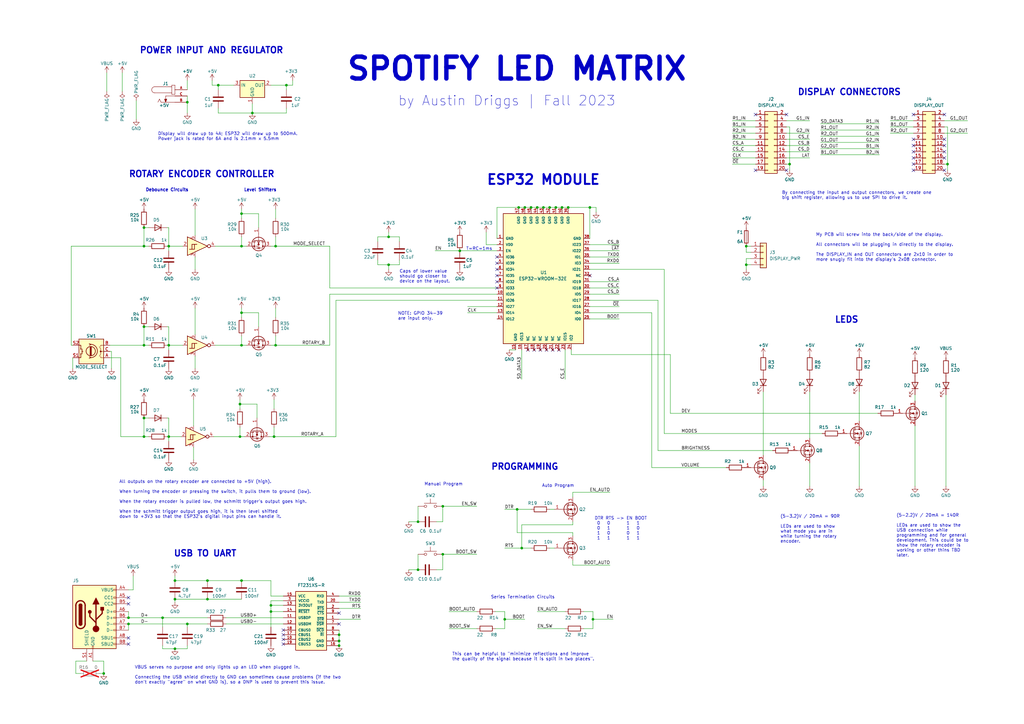
<source format=kicad_sch>
(kicad_sch (version 20230121) (generator eeschema)
  (paper "A3")
  (junction (at 59.055 100.965))
  (junction (at 217.805 85.09))
  (junction (at 139.065 260.35))
  (junction (at 159.385 97.155))
  (junction (at 306.07 100.965))
  (junction (at 222.885 85.09))
  (junction (at 171.45 233.68))
  (junction (at 181.61 227.33))
  (junction (at 233.045 85.09))
  (junction (at 225.425 85.09))
  (junction (at 212.09 208.915))
  (junction (at 71.755 266.065))
  (junction (at 227.965 85.09))
  (junction (at 181.61 207.645))
  (junction (at 99.06 238.125))
  (junction (at 388.62 67.31))
  (junction (at 117.475 34.925))
  (junction (at 207.01 254))
  (junction (at 85.09 245.745))
  (junction (at 71.755 245.745))
  (junction (at 188.595 102.87))
  (junction (at 85.09 238.125))
  (junction (at 59.055 93.345))
  (junction (at 139.065 262.89))
  (junction (at 215.265 85.09))
  (junction (at 59.055 171.45))
  (junction (at 98.425 179.07))
  (junction (at 212.725 85.09))
  (junction (at 66.675 253.365))
  (junction (at 99.06 128.27))
  (junction (at 69.215 179.07))
  (junction (at 112.395 179.07))
  (junction (at 241.935 85.09))
  (junction (at 113.03 141.605))
  (junction (at 71.755 238.125))
  (junction (at 98.425 165.735))
  (junction (at 139.065 264.795))
  (junction (at 213.995 224.79))
  (junction (at 323.85 67.31))
  (junction (at 59.055 133.985))
  (junction (at 111.125 250.825))
  (junction (at 99.06 87.63))
  (junction (at 171.45 213.995))
  (junction (at 99.06 141.605))
  (junction (at 99.06 100.965))
  (junction (at 52.705 255.905))
  (junction (at 306.07 108.585))
  (junction (at 103.505 46.355))
  (junction (at 59.055 141.605))
  (junction (at 159.385 108.585))
  (junction (at 42.545 276.225))
  (junction (at 59.055 179.07))
  (junction (at 113.03 100.965))
  (junction (at 69.215 141.605))
  (junction (at 230.505 85.09))
  (junction (at 220.345 85.09))
  (junction (at 111.125 248.285))
  (junction (at 76.835 255.905))
  (junction (at 76.835 41.91))
  (junction (at 69.215 100.965))
  (junction (at 243.205 254))
  (junction (at 52.705 253.365))
  (junction (at 89.535 34.925))
  (no_connect (at 374.65 46.99))
  (no_connect (at 374.65 57.15))
  (no_connect (at 52.705 264.16))
  (no_connect (at 224.155 143.51))
  (no_connect (at 374.65 64.77))
  (no_connect (at 203.835 113.03))
  (no_connect (at 387.35 59.69))
  (no_connect (at 52.705 247.65))
  (no_connect (at 387.35 64.77))
  (no_connect (at 241.935 113.03))
  (no_connect (at 139.065 251.46))
  (no_connect (at 374.65 62.23))
  (no_connect (at 387.35 57.15))
  (no_connect (at 322.58 46.99))
  (no_connect (at 374.65 59.69))
  (no_connect (at 309.88 69.85))
  (no_connect (at 216.535 143.51))
  (no_connect (at 387.35 62.23))
  (no_connect (at 52.705 261.62))
  (no_connect (at 203.835 107.95))
  (no_connect (at 139.065 255.905))
  (no_connect (at 116.205 258.445))
  (no_connect (at 116.205 260.35))
  (no_connect (at 52.705 245.11))
  (no_connect (at 221.615 143.51))
  (no_connect (at 203.835 105.41))
  (no_connect (at 374.65 67.31))
  (no_connect (at 229.235 143.51))
  (no_connect (at 226.695 143.51))
  (no_connect (at 203.835 118.11))
  (no_connect (at 387.35 46.99))
  (no_connect (at 203.835 115.57))
  (no_connect (at 387.35 69.85))
  (no_connect (at 309.88 46.99))
  (no_connect (at 219.075 143.51))
  (no_connect (at 374.65 69.85))
  (no_connect (at 116.205 262.255))
  (no_connect (at 203.835 110.49))
  (no_connect (at 116.205 264.16))
  (no_connect (at 322.58 69.85))
  (wire (pts (xy 375.285 174.625) (xy 375.285 199.39)))
  (wire (pts (xy 225.425 208.915) (xy 227.33 208.915)))
  (wire (pts (xy 45.085 141.605) (xy 59.055 141.605)))
  (wire (pts (xy 336.55 55.88) (xy 360.68 55.88)))
  (wire (pts (xy 31.115 271.145) (xy 31.115 276.225)))
  (wire (pts (xy 98.425 165.735) (xy 98.425 167.64)))
  (wire (pts (xy 139.065 244.475) (xy 147.955 244.475)))
  (wire (pts (xy 69.215 171.45) (xy 68.58 171.45)))
  (wire (pts (xy 323.85 52.07) (xy 323.85 67.31)))
  (wire (pts (xy 213.995 224.79) (xy 217.805 224.79)))
  (wire (pts (xy 300.355 64.77) (xy 309.88 64.77)))
  (wire (pts (xy 154.94 108.585) (xy 159.385 108.585)))
  (wire (pts (xy 29.21 100.965) (xy 59.055 100.965)))
  (wire (pts (xy 29.845 151.13) (xy 29.845 146.685)))
  (wire (pts (xy 76.835 33.02) (xy 76.835 36.83)))
  (wire (pts (xy 234.95 231.775) (xy 250.19 231.775)))
  (wire (pts (xy 215.265 254) (xy 207.01 254)))
  (wire (pts (xy 69.215 133.985) (xy 69.215 141.605)))
  (wire (pts (xy 113.03 100.965) (xy 135.255 100.965)))
  (wire (pts (xy 59.055 141.605) (xy 60.96 141.605)))
  (wire (pts (xy 212.09 208.915) (xy 217.805 208.915)))
  (wire (pts (xy 59.055 171.45) (xy 59.055 179.07)))
  (wire (pts (xy 208.915 143.51) (xy 211.455 143.51)))
  (wire (pts (xy 307.975 100.965) (xy 306.07 100.965)))
  (wire (pts (xy 99.06 137.795) (xy 99.06 141.605)))
  (wire (pts (xy 71.755 245.745) (xy 71.755 247.015)))
  (wire (pts (xy 178.435 102.87) (xy 188.595 102.87)))
  (wire (pts (xy 137.795 123.19) (xy 203.835 123.19)))
  (wire (pts (xy 188.595 102.87) (xy 203.835 102.87)))
  (wire (pts (xy 69.215 141.605) (xy 74.93 141.605)))
  (wire (pts (xy 99.06 87.63) (xy 106.045 87.63)))
  (wire (pts (xy 89.535 36.83) (xy 89.535 34.925)))
  (wire (pts (xy 59.055 93.345) (xy 59.055 100.965)))
  (wire (pts (xy 213.995 215.265) (xy 213.995 224.79)))
  (wire (pts (xy 313.055 160.655) (xy 313.055 186.69)))
  (wire (pts (xy 71.755 245.745) (xy 85.09 245.745)))
  (wire (pts (xy 113.03 141.605) (xy 135.255 141.605)))
  (wire (pts (xy 111.125 250.825) (xy 111.125 248.285)))
  (wire (pts (xy 227.965 85.09) (xy 230.505 85.09)))
  (wire (pts (xy 234.95 218.44) (xy 212.09 218.44)))
  (wire (pts (xy 300.355 57.15) (xy 309.88 57.15)))
  (wire (pts (xy 212.725 85.09) (xy 215.265 85.09)))
  (wire (pts (xy 69.215 100.965) (xy 74.93 100.965)))
  (wire (pts (xy 79.375 163.83) (xy 79.375 174.625)))
  (wire (pts (xy 387.35 67.31) (xy 388.62 67.31)))
  (wire (pts (xy 66.675 264.795) (xy 66.675 266.065)))
  (wire (pts (xy 31.115 276.225) (xy 33.02 276.225)))
  (wire (pts (xy 59.055 100.965) (xy 60.96 100.965)))
  (wire (pts (xy 98.425 165.735) (xy 105.41 165.735)))
  (wire (pts (xy 52.705 255.905) (xy 76.835 255.905)))
  (wire (pts (xy 69.215 100.965) (xy 68.58 100.965)))
  (wire (pts (xy 45.085 146.685) (xy 49.53 146.685)))
  (wire (pts (xy 243.205 257.81) (xy 243.205 254)))
  (wire (pts (xy 269.875 123.19) (xy 241.935 123.19)))
  (wire (pts (xy 212.09 218.44) (xy 212.09 208.915)))
  (wire (pts (xy 332.105 64.77) (xy 322.58 64.77)))
  (wire (pts (xy 111.125 34.925) (xy 117.475 34.925)))
  (wire (pts (xy 139.065 264.795) (xy 139.065 262.89)))
  (wire (pts (xy 76.835 264.795) (xy 76.835 266.065)))
  (wire (pts (xy 106.045 87.63) (xy 106.045 93.345)))
  (wire (pts (xy 99.06 128.27) (xy 106.045 128.27)))
  (wire (pts (xy 239.395 257.81) (xy 243.205 257.81)))
  (wire (pts (xy 29.21 141.605) (xy 29.21 100.965)))
  (wire (pts (xy 139.065 262.89) (xy 139.065 260.35)))
  (wire (pts (xy 105.41 165.735) (xy 105.41 171.45)))
  (wire (pts (xy 274.955 145.415) (xy 274.955 169.545)))
  (wire (pts (xy 154.94 97.155) (xy 154.94 99.06)))
  (wire (pts (xy 322.58 67.31) (xy 323.85 67.31)))
  (wire (pts (xy 59.055 93.345) (xy 60.96 93.345)))
  (wire (pts (xy 171.45 227.33) (xy 171.45 233.68)))
  (wire (pts (xy 332.105 62.23) (xy 322.58 62.23)))
  (wire (pts (xy 76.835 266.065) (xy 71.755 266.065)))
  (wire (pts (xy 231.775 155.575) (xy 231.775 143.51)))
  (wire (pts (xy 50.165 37.465) (xy 50.165 29.845)))
  (wire (pts (xy 59.055 179.07) (xy 60.96 179.07)))
  (wire (pts (xy 59.055 171.45) (xy 60.96 171.45)))
  (wire (pts (xy 203.2 257.81) (xy 207.01 257.81)))
  (wire (pts (xy 300.355 67.31) (xy 309.88 67.31)))
  (wire (pts (xy 181.61 227.33) (xy 181.61 233.68)))
  (wire (pts (xy 306.07 103.505) (xy 307.975 103.505)))
  (wire (pts (xy 171.45 207.645) (xy 171.45 213.995)))
  (wire (pts (xy 110.49 179.07) (xy 112.395 179.07)))
  (wire (pts (xy 35.56 271.145) (xy 31.115 271.145)))
  (wire (pts (xy 332.105 49.53) (xy 322.58 49.53)))
  (wire (pts (xy 103.505 42.545) (xy 103.505 46.355)))
  (wire (pts (xy 352.425 199.39) (xy 352.425 182.88)))
  (wire (pts (xy 139.065 249.555) (xy 147.955 249.555)))
  (wire (pts (xy 352.425 160.655) (xy 352.425 172.72)))
  (wire (pts (xy 69.215 141.605) (xy 68.58 141.605)))
  (wire (pts (xy 89.535 34.925) (xy 95.885 34.925)))
  (wire (pts (xy 306.07 100.965) (xy 306.07 103.505)))
  (wire (pts (xy 306.07 106.045) (xy 307.975 106.045)))
  (wire (pts (xy 89.535 46.355) (xy 89.535 44.45)))
  (wire (pts (xy 42.545 276.225) (xy 40.64 276.225)))
  (wire (pts (xy 87.63 179.07) (xy 98.425 179.07)))
  (wire (pts (xy 139.065 260.35) (xy 139.065 258.445)))
  (wire (pts (xy 217.805 85.09) (xy 220.345 85.09)))
  (wire (pts (xy 225.425 224.79) (xy 227.33 224.79)))
  (wire (pts (xy 99.06 126.365) (xy 99.06 128.27)))
  (wire (pts (xy 135.255 120.65) (xy 135.255 141.605)))
  (wire (pts (xy 167.64 213.995) (xy 171.45 213.995)))
  (wire (pts (xy 99.06 100.965) (xy 100.965 100.965)))
  (wire (pts (xy 269.875 123.19) (xy 269.875 184.785)))
  (wire (pts (xy 234.95 201.93) (xy 250.19 201.93)))
  (wire (pts (xy 300.355 52.07) (xy 309.88 52.07)))
  (wire (pts (xy 59.055 133.985) (xy 60.96 133.985)))
  (wire (pts (xy 365.125 49.53) (xy 374.65 49.53)))
  (wire (pts (xy 80.01 151.13) (xy 80.01 146.05)))
  (wire (pts (xy 59.055 133.985) (xy 59.055 141.605)))
  (wire (pts (xy 117.475 46.355) (xy 103.505 46.355)))
  (wire (pts (xy 99.06 128.27) (xy 99.06 130.175)))
  (wire (pts (xy 207.01 257.81) (xy 207.01 254)))
  (wire (pts (xy 388.62 69.85) (xy 388.62 67.31)))
  (wire (pts (xy 86.995 34.925) (xy 86.995 33.02)))
  (wire (pts (xy 139.065 247.015) (xy 147.955 247.015)))
  (wire (pts (xy 243.205 254) (xy 243.205 250.825)))
  (wire (pts (xy 199.39 100.33) (xy 203.835 100.33)))
  (wire (pts (xy 113.03 85.725) (xy 113.03 89.535)))
  (wire (pts (xy 332.105 54.61) (xy 322.58 54.61)))
  (wire (pts (xy 113.03 97.155) (xy 113.03 100.965)))
  (wire (pts (xy 113.03 137.795) (xy 113.03 141.605)))
  (wire (pts (xy 79.375 188.595) (xy 79.375 183.515)))
  (wire (pts (xy 112.395 179.07) (xy 137.795 179.07)))
  (wire (pts (xy 52.705 255.905) (xy 52.705 258.445)))
  (wire (pts (xy 99.06 85.725) (xy 99.06 87.63)))
  (wire (pts (xy 225.425 85.09) (xy 227.965 85.09)))
  (wire (pts (xy 106.045 128.27) (xy 106.045 133.985)))
  (wire (pts (xy 137.795 123.19) (xy 137.795 179.07)))
  (wire (pts (xy 99.06 97.155) (xy 99.06 100.965)))
  (wire (pts (xy 267.335 191.77) (xy 297.815 191.77)))
  (wire (pts (xy 332.105 59.69) (xy 322.58 59.69)))
  (wire (pts (xy 332.105 160.655) (xy 332.105 179.705)))
  (wire (pts (xy 199.39 95.25) (xy 199.39 100.33)))
  (wire (pts (xy 254 115.57) (xy 241.935 115.57)))
  (wire (pts (xy 387.985 161.925) (xy 387.985 199.39)))
  (wire (pts (xy 300.355 54.61) (xy 309.88 54.61)))
  (wire (pts (xy 163.83 97.155) (xy 163.83 99.06)))
  (wire (pts (xy 159.385 108.585) (xy 159.385 110.49)))
  (wire (pts (xy 234.95 231.775) (xy 234.95 229.87)))
  (wire (pts (xy 43.815 37.465) (xy 43.815 29.845)))
  (wire (pts (xy 241.935 107.95) (xy 254 107.95)))
  (wire (pts (xy 181.61 213.995) (xy 179.07 213.995)))
  (wire (pts (xy 52.705 253.365) (xy 66.675 253.365)))
  (wire (pts (xy 251.46 254) (xy 243.205 254)))
  (wire (pts (xy 306.07 108.585) (xy 306.07 110.49)))
  (wire (pts (xy 76.835 255.905) (xy 85.09 255.905)))
  (wire (pts (xy 111.125 100.965) (xy 113.03 100.965)))
  (wire (pts (xy 191.77 125.73) (xy 203.835 125.73)))
  (wire (pts (xy 154.94 108.585) (xy 154.94 106.68)))
  (wire (pts (xy 111.125 141.605) (xy 113.03 141.605)))
  (wire (pts (xy 195.58 250.825) (xy 184.15 250.825)))
  (wire (pts (xy 45.72 151.13) (xy 45.72 144.145)))
  (wire (pts (xy 195.58 257.81) (xy 184.15 257.81)))
  (wire (pts (xy 274.955 169.545) (xy 360.045 169.545)))
  (wire (pts (xy 69.215 133.985) (xy 68.58 133.985)))
  (wire (pts (xy 66.675 253.365) (xy 85.09 253.365)))
  (wire (pts (xy 111.125 244.475) (xy 116.205 244.475)))
  (wire (pts (xy 213.995 155.575) (xy 213.995 143.51)))
  (wire (pts (xy 92.71 255.905) (xy 116.205 255.905)))
  (wire (pts (xy 244.475 85.09) (xy 241.935 85.09)))
  (wire (pts (xy 112.395 175.26) (xy 112.395 179.07)))
  (wire (pts (xy 42.545 271.145) (xy 42.545 276.225)))
  (wire (pts (xy 45.72 144.145) (xy 45.085 144.145)))
  (wire (pts (xy 113.03 126.365) (xy 113.03 130.175)))
  (wire (pts (xy 274.955 145.415) (xy 234.315 145.415)))
  (wire (pts (xy 49.53 146.685) (xy 49.53 179.07)))
  (wire (pts (xy 336.55 60.96) (xy 360.68 60.96)))
  (wire (pts (xy 322.58 52.07) (xy 323.85 52.07)))
  (wire (pts (xy 139.065 254) (xy 147.955 254)))
  (wire (pts (xy 241.935 105.41) (xy 254 105.41)))
  (wire (pts (xy 207.01 224.79) (xy 213.995 224.79)))
  (wire (pts (xy 69.215 180.975) (xy 69.215 179.07)))
  (wire (pts (xy 52.705 253.365) (xy 52.705 250.825)))
  (wire (pts (xy 80.01 126.365) (xy 80.01 137.16)))
  (wire (pts (xy 300.355 59.69) (xy 309.88 59.69)))
  (wire (pts (xy 212.725 85.09) (xy 203.835 85.09)))
  (wire (pts (xy 111.125 248.285) (xy 111.125 246.38)))
  (wire (pts (xy 233.045 85.09) (xy 241.935 85.09)))
  (wire (pts (xy 254 100.33) (xy 241.935 100.33)))
  (wire (pts (xy 85.09 245.745) (xy 99.06 245.745)))
  (wire (pts (xy 112.395 163.83) (xy 112.395 167.64)))
  (wire (pts (xy 111.125 244.475) (xy 111.125 238.125)))
  (wire (pts (xy 71.755 266.065) (xy 66.675 266.065)))
  (wire (pts (xy 203.835 85.09) (xy 203.835 97.79)))
  (wire (pts (xy 300.355 62.23) (xy 309.88 62.23)))
  (wire (pts (xy 267.335 128.27) (xy 267.335 191.77)))
  (wire (pts (xy 269.875 184.785) (xy 316.865 184.785)))
  (wire (pts (xy 234.95 201.93) (xy 234.95 203.835)))
  (wire (pts (xy 254 118.11) (xy 241.935 118.11)))
  (wire (pts (xy 71.755 238.125) (xy 85.09 238.125)))
  (wire (pts (xy 336.55 50.8) (xy 360.68 50.8)))
  (wire (pts (xy 396.875 49.53) (xy 387.35 49.53)))
  (wire (pts (xy 76.835 41.91) (xy 76.835 46.355)))
  (wire (pts (xy 163.83 108.585) (xy 163.83 106.68)))
  (wire (pts (xy 313.055 199.39) (xy 313.055 196.85)))
  (wire (pts (xy 29.21 141.605) (xy 29.845 141.605)))
  (wire (pts (xy 336.55 53.34) (xy 360.68 53.34)))
  (wire (pts (xy 86.995 34.925) (xy 89.535 34.925)))
  (wire (pts (xy 98.425 163.83) (xy 98.425 165.735)))
  (wire (pts (xy 254 102.87) (xy 241.935 102.87)))
  (wire (pts (xy 181.61 233.68) (xy 179.07 233.68)))
  (polyline (pts (xy 233.045 225.425) (xy 233.045 225.425)))
  (wire (pts (xy 54.61 236.22) (xy 54.61 241.935)))
  (wire (pts (xy 234.95 215.265) (xy 234.95 213.995)))
  (wire (pts (xy 66.675 257.175) (xy 66.675 253.365)))
  (wire (pts (xy 323.85 69.85) (xy 323.85 67.31)))
  (wire (pts (xy 117.475 46.355) (xy 117.475 44.45)))
  (wire (pts (xy 336.55 58.42) (xy 360.68 58.42)))
  (wire (pts (xy 38.1 271.145) (xy 42.545 271.145)))
  (wire (pts (xy 181.61 207.645) (xy 181.61 213.995)))
  (wire (pts (xy 76.835 257.175) (xy 76.835 255.905)))
  (wire (pts (xy 99.06 238.125) (xy 111.125 238.125)))
  (wire (pts (xy 207.01 208.915) (xy 212.09 208.915)))
  (wire (pts (xy 88.265 100.965) (xy 99.06 100.965)))
  (wire (pts (xy 99.06 141.605) (xy 100.965 141.605)))
  (wire (pts (xy 167.64 233.68) (xy 171.45 233.68)))
  (wire (pts (xy 181.61 227.33) (xy 195.58 227.33)))
  (wire (pts (xy 234.95 215.265) (xy 213.995 215.265)))
  (wire (pts (xy 306.07 108.585) (xy 307.975 108.585)))
  (wire (pts (xy 117.475 36.83) (xy 117.475 34.925)))
  (wire (pts (xy 306.07 106.045) (xy 306.07 108.585)))
  (wire (pts (xy 215.265 85.09) (xy 217.805 85.09)))
  (wire (pts (xy 234.315 145.415) (xy 234.315 143.51)))
  (wire (pts (xy 254 125.73) (xy 241.935 125.73)))
  (wire (pts (xy 365.125 52.07) (xy 374.65 52.07)))
  (wire (pts (xy 68.58 179.07) (xy 69.215 179.07)))
  (wire (pts (xy 272.415 177.8) (xy 337.185 177.8)))
  (wire (pts (xy 111.125 248.285) (xy 116.205 248.285)))
  (wire (pts (xy 92.71 253.365) (xy 116.205 253.365)))
  (wire (pts (xy 69.215 93.345) (xy 68.58 93.345)))
  (wire (pts (xy 336.55 63.5) (xy 360.68 63.5)))
  (wire (pts (xy 98.425 175.26) (xy 98.425 179.07)))
  (wire (pts (xy 120.015 34.925) (xy 117.475 34.925)))
  (wire (pts (xy 76.835 39.37) (xy 76.835 41.91)))
  (wire (pts (xy 220.345 85.09) (xy 222.885 85.09)))
  (wire (pts (xy 254 130.81) (xy 241.935 130.81)))
  (wire (pts (xy 388.62 52.07) (xy 388.62 67.31)))
  (wire (pts (xy 80.01 110.49) (xy 80.01 105.41)))
  (wire (pts (xy 120.015 34.925) (xy 120.015 33.02)))
  (wire (pts (xy 207.01 254) (xy 207.01 250.825)))
  (wire (pts (xy 239.395 250.825) (xy 243.205 250.825)))
  (wire (pts (xy 135.255 120.65) (xy 203.835 120.65)))
  (wire (pts (xy 231.775 250.825) (xy 220.345 250.825)))
  (wire (pts (xy 80.01 85.725) (xy 80.01 96.52)))
  (wire (pts (xy 241.935 110.49) (xy 272.415 110.49)))
  (wire (pts (xy 69.215 93.345) (xy 69.215 100.965)))
  (wire (pts (xy 89.535 46.355) (xy 103.505 46.355)))
  (wire (pts (xy 230.505 85.09) (xy 233.045 85.09)))
  (wire (pts (xy 387.35 54.61) (xy 396.875 54.61)))
  (wire (pts (xy 55.88 41.275) (xy 55.88 48.895)))
  (wire (pts (xy 111.125 250.825) (xy 111.125 257.175)))
  (wire (pts (xy 52.705 241.935) (xy 54.61 241.935)))
  (wire (pts (xy 203.2 250.825) (xy 207.01 250.825)))
  (wire (pts (xy 387.35 52.07) (xy 388.62 52.07)))
  (wire (pts (xy 231.775 257.81) (xy 220.345 257.81)))
  (wire (pts (xy 98.425 179.07) (xy 100.33 179.07)))
  (wire (pts (xy 159.385 108.585) (xy 163.83 108.585)))
  (wire (pts (xy 99.06 87.63) (xy 99.06 89.535)))
  (wire (pts (xy 272.415 110.49) (xy 272.415 177.8)))
  (wire (pts (xy 71.755 236.22) (xy 71.755 238.125)))
  (wire (pts (xy 69.215 143.51) (xy 69.215 141.605)))
  (wire (pts (xy 222.885 85.09) (xy 225.425 85.09)))
  (wire (pts (xy 365.125 54.61) (xy 374.65 54.61)))
  (wire (pts (xy 49.53 179.07) (xy 59.055 179.07)))
  (wire (pts (xy 159.385 97.155) (xy 163.83 97.155)))
  (wire (pts (xy 234.95 218.44) (xy 234.95 219.71)))
  (wire (pts (xy 375.285 161.925) (xy 375.285 164.465)))
  (wire (pts (xy 111.125 250.825) (xy 116.205 250.825)))
  (wire (pts (xy 135.255 100.965) (xy 135.255 118.11)))
  (wire (pts (xy 241.935 85.09) (xy 241.935 97.79)))
  (wire (pts (xy 85.09 238.125) (xy 99.06 238.125)))
  (wire (pts (xy 159.385 97.155) (xy 154.94 97.155)))
  (wire (pts (xy 332.105 57.15) (xy 322.58 57.15)))
  (wire (pts (xy 159.385 97.155) (xy 159.385 95.25)))
  (wire (pts (xy 254 120.65) (xy 241.935 120.65)))
  (wire (pts (xy 69.215 102.87) (xy 69.215 100.965)))
  (wire (pts (xy 88.265 141.605) (xy 99.06 141.605)))
  (wire (pts (xy 191.77 128.27) (xy 203.835 128.27)))
  (wire (pts (xy 181.61 207.645) (xy 195.58 207.645)))
  (wire (pts (xy 69.215 171.45) (xy 69.215 179.07)))
  (wire (pts (xy 300.355 49.53) (xy 309.88 49.53)))
  (wire (pts (xy 135.255 118.11) (xy 203.835 118.11)))
  (wire (pts (xy 332.105 199.39) (xy 332.105 189.865)))
  (wire (pts (xy 241.935 128.27) (xy 267.335 128.27)))
  (wire (pts (xy 69.215 179.07) (xy 74.295 179.07)))
  (wire (pts (xy 244.475 86.995) (xy 244.475 85.09)))
  (wire (pts (xy 111.125 246.38) (xy 116.205 246.38)))
  (text "T=RC=1ms" (at 201.93 102.87 0) (effects (font (size 1.27 1.27)) (justify right bottom)))
  (text "VBUS serves no purpose and only lights up an LED when plugged in.\n\nConnecting the USB shield directly to GND can sometimes cause problems (if the two \ndon't exactly \"agree\" on what GND is), so a DNP is used to prevent this issue." (at 55.245 280.67 0) (effects (font (size 1.27 1.27)) (justify left bottom)))
  (text "NOTE: GPIO 34-39\nare input only." (at 163.195 131.445 0) (effects (font (size 1.27 1.27)) (justify left bottom)))
  (text "DISPLAY CONNECTORS\n" (at 327.025 39.37 0) (effects (font (size 2.54 2.54) bold) (justify left bottom)))
  (text "Caps of lower value\nshould go closer to\ndevice on the layout." (at 163.83 116.205 0) (effects (font (size 1.27 1.27)) (justify left bottom)))
  (text "LEDS" (at 342.265 132.715 0) (effects (font (size 2.54 2.54) bold) (justify left bottom)))
  (text "Manual Program" (at 173.99 199.39 0) (effects (font (size 1.27 1.27)) (justify left bottom)))
  (text "This can be helpful to \"minimize reflections and improve \nthe quality of the signal because it is split in two places\"." (at 185.42 271.145 0) (effects (font (size 1.27 1.27)) (justify left bottom)))
  (text "POWER INPUT AND REGULATOR" (at 57.15 22.225 0) (effects (font (size 2.54 2.54) bold) (justify left bottom)))
  (text "Debounce Circuits				Level Shifters" (at 59.69 78.74 0) (effects (font (size 1.27 1.27) bold) (justify left bottom)))
  (text "(5-3.2)V / 20mA = 90R\n\nLEDs are used to show\nwhat mode you are in\nwhile turning the rotary\nencoder." (at 320.04 222.885 0) (effects (font (size 1.27 1.27)) (justify left bottom)))
  (text "Series Termination Circuits\n" (at 201.295 245.745 0) (effects (font (size 1.27 1.27)) (justify left bottom)))
  (text "USB TO UART" (at 71.12 228.6 0) (effects (font (size 2.54 2.54) bold) (justify left bottom)))
  (text "All outputs on the rotary encoder are connected to +5V (high). \n\nWhen turning the encoder or pressing the switch, it pulls them to ground (low).\n\nWhen the rotary encoder is pulled low, the schmitt trigger's output goes high.\n\nWhen the schmitt trigger output goes high, it is then level shifted \ndown to +3V3 so that the ESP32's digital input pins can handle it." (at 48.895 212.725 0) (effects (font (size 1.27 1.27)) (justify left bottom)))
  (text "ROTARY ENCODER CONTROLLER" (at 52.705 73.025 0) (effects (font (size 2.54 2.54) bold) (justify left bottom)))
  (text "Auto Program" (at 222.25 200.025 0) (effects (font (size 1.27 1.27)) (justify left bottom)))
  (text "My PCB will screw into the back/side of the display.\n\nAll connectors will be plugging in directly to the display.\n\nThe DISPLAY_IN and OUT connectors are 2x10 in order to \nmore snugly fit into the display's 2x08 connector." (at 334.645 107.315 0) (effects (font (size 1.27 1.27)) (justify left bottom)))
  (text "Display will draw up to 4A; ESP32 will draw up to 500mA.\nPower jack is rated for 6A and is 2.1mm x 5.5mm" (at 64.77 57.785 0) (effects (font (size 1.27 1.27)) (justify left bottom)))
  (text "(5-2.2)V / 20mA = 140R\n\nLEDs are used to show the\nUSB connection while \nprogramming and for general \ndevelopment. This could be to \nshow the rotary encoder is \nworking or other thins TBD \nlater." (at 367.665 228.6 0) (effects (font (size 1.27 1.27)) (justify left bottom)))
  (text "ESP32 MODULE" (at 199.39 76.2 0) (effects (font (size 4 4) bold) (justify left bottom)))
  (text "by Austin Driggs | Fall 2023" (at 163.195 43.815 0) (effects (font (size 4 4)) (justify left bottom)))
  (text "By connecting the input and output connectors, we create one \nbig shift register, allowing us to use SPI to drive it." (at 320.675 81.915 0) (effects (font (size 1.27 1.27)) (justify left bottom)))
  (text "DTR RTS -> EN BOOT\n 0   0       1   1\n 0   1       1   0\n 1   0       0   1\n 1   1       1   1" (at 243.84 221.615 0) (effects (font (size 1.27 1.27)) (justify left bottom)))
  (text "PROGRAMMING" (at 201.295 193.04 0) (effects (font (size 2.54 2.54) bold) (justify left bottom)))
  (text "SPOTIFY LED MATRIX" (at 141.605 33.655 0) (effects (font (size 9 9) bold) (justify left bottom)))
  (label "CLK" (at 191.77 128.27 0))
  (label "B2_IN" (at 300.355 57.15 0))
  (label "R1_OUT" (at 365.125 49.53 0))
  (label "D+" (at 57.785 253.365 0))
  (label "MODE_SELECT" (at 133.35 100.965 180))
  (label "EN_AUTO" (at 220.345 250.825 0))
  (label "~{OE}" (at 300.355 67.31 0))
  (label "CS_C" (at 254 118.11 180))
  (label "USBD+" (at 105.41 253.365 180))
  (label "SD_DATA3" (at 213.995 155.575 90))
  (label "G2_IN" (at 360.68 58.42 180))
  (label "BOOT_AUTO" (at 184.15 250.825 0))
  (label "DEV" (at 279.4 169.545 0))
  (label "RXD0" (at 254 107.95 180))
  (label "BRIGHTNESS" (at 279.4 184.785 0))
  (label "CS_E" (at 231.775 155.575 90))
  (label "EN_AUTO" (at 250.19 201.93 180))
  (label "G1_OUT" (at 336.55 58.42 0))
  (label "RXD0" (at 147.955 244.475 180))
  (label "R2_IN" (at 360.68 53.34 180))
  (label "B1_IN" (at 300.355 52.07 0))
  (label "B1_IN" (at 360.68 60.96 180))
  (label "CS_C" (at 300.355 62.23 0))
  (label "~{LAT}" (at 254 102.87 180))
  (label "EN" (at 251.46 254 180))
  (label "G1_OUT" (at 396.875 49.53 180))
  (label "EN_SW" (at 195.58 207.645 180))
  (label "DTR" (at 207.01 208.915 0))
  (label "G2_OUT" (at 396.875 54.61 180))
  (label "BOOT" (at 215.265 254 180))
  (label "G1_IN" (at 360.68 55.88 180))
  (label "R2_OUT" (at 336.55 55.88 0))
  (label "DTR" (at 147.955 254 180))
  (label "R2_IN" (at 300.355 54.61 0))
  (label "USBD-" (at 105.41 255.905 180))
  (label "LAT" (at 332.105 64.77 180))
  (label "G2_IN" (at 332.105 54.61 180))
  (label "R1_IN" (at 300.355 49.53 0))
  (label "CS_A" (at 254 115.57 180))
  (label "BOOT" (at 254 130.81 180))
  (label "B2_IN" (at 360.68 63.5 180))
  (label "CS_B" (at 332.105 59.69 180))
  (label "D-" (at 57.785 255.905 0))
  (label "VOLUME" (at 279.4 191.77 0))
  (label "R1_IN" (at 360.68 50.8 180))
  (label "BOOT_AUTO" (at 250.19 231.775 180))
  (label "G1_IN" (at 332.105 49.53 180))
  (label "BOOT_SW" (at 184.15 257.81 0))
  (label "TXD0" (at 254 105.41 180))
  (label "EN_SW" (at 220.345 257.81 0))
  (label "B1_OUT" (at 365.125 52.07 0))
  (label "ROTARY_B" (at 133.35 141.605 180))
  (label "G2_OUT" (at 336.55 60.96 0))
  (label "BOOT_SW" (at 195.58 227.33 180))
  (label "B1_OUT" (at 336.55 63.5 0))
  (label "CS_E" (at 332.105 57.15 180))
  (label "TXD0" (at 147.955 247.015 180))
  (label "R1_OUT" (at 336.55 53.34 0))
  (label "EN" (at 178.435 102.87 0))
  (label "~{OE}" (at 254 125.73 180))
  (label "CS_A" (at 300.355 59.69 0))
  (label "SD_DATA3" (at 336.55 50.8 0))
  (label "CS_D" (at 254 120.65 180))
  (label "CLK" (at 300.355 64.77 0))
  (label "RTS" (at 147.955 249.555 180))
  (label "ROTARY_A" (at 132.715 179.07 180))
  (label "CS_D" (at 332.105 62.23 180))
  (label "MODES" (at 279.4 177.8 0))
  (label "RTS" (at 207.01 224.79 0))
  (label "R2_OUT" (at 365.125 54.61 0))
  (label "CS_B" (at 254 100.33 180))
  (symbol (lib_id "Device:R") (at 221.615 208.915 90) (unit 1)
    (property "Reference" "R19" (at 220.345 206.375 90) (effects (justify left)))
    (property "Value" "10k" (at 226.695 206.375 90) (effects (justify left)))
    (property "Footprint" "Resistor_SMD:R_1206_3216Metric_Pad1.30x1.75mm_HandSolder" (effects hide))
    (property "Datasheet" "https://www.seielect.com/catalog/sei-rmcf_rmcp.pdf" (effects hide))
    (property "MPN" "RMCF1206FT10K0" (effects hide))
    (property "VPN" "RMCF1206FT10K0CT-ND" (effects hide))
    (property "Description" "RES 10K OHM 1% 1/4W 1206" (effects hide))
    (property "Manufacturer" "Stackpole Electronics Inc" (effects hide))
    (property "Vendor" "Digikey" (effects hide))
  )
  (symbol (lib_id "Device:R") (at 64.77 100.965 90) (unit 1)
    (property "Reference" "R26" (at 61.595 98.425 90))
    (property "Value" "1k" (at 67.31 98.425 90))
    (property "Footprint" "Resistor_SMD:R_1206_3216Metric_Pad1.30x1.75mm_HandSolder" (effects hide))
    (property "Datasheet" "https://www.seielect.com/catalog/sei-rmcf_rmcp.pdf" (effects hide))
    (property "Vendor" "Digikey" (effects hide))
    (property "Manufacturer" "Stackpole Electronics Inc" (effects hide))
    (property "Description" "RES 1K OHM 1% 1/4W 1206" (effects hide))
    (property "MPN" "RMCF1206FT1K00" (effects hide))
    (property "VPN" "RMCF1206FT1K00CT-ND" (effects hide))
  )
  (symbol (lib_id "Device:R") (at 88.9 253.365 90) (unit 1)
    (property "Reference" "R32" (at 86.36 250.825 90))
    (property "Value" "27" (at 91.44 250.825 90))
    (property "Footprint" "Resistor_SMD:R_1206_3216Metric_Pad1.30x1.75mm_HandSolder" (effects hide))
    (property "Datasheet" "https://www.seielect.com/catalog/sei-rmcf_rmcp.pdf" (effects hide))
    (property "Vendor" "Digikey" (effects hide))
    (property "Manufacturer" "Stackpole Electronics Inc" (effects hide))
    (property "Description" "RES 27 OHM 1% 1/4W 1206" (effects hide))
    (property "MPN" "RMCF1206FT27R0" (effects hide))
    (property "VPN" "RMCF1206FT27R0CT-ND" (effects hide))
  )
  (symbol (lib_id "power:+5V") (at 98.425 163.83 0) (unit 1)
    (property "Reference" "#PWR049" (effects hide))
    (property "Value" "+5V" (at 98.425 160.02 0))
  )
  (symbol (lib_id "power:PWR_FLAG") (at 43.815 37.465 180) (unit 1)
    (property "Reference" "#FLG01" (effects hide))
    (property "Value" "PWR_FLAG" (at 43.815 45.085 90))
  )
  (symbol (lib_id "power:+5V") (at 352.425 145.415 0) (unit 1)
    (property "Reference" "#PWR02" (effects hide))
    (property "Value" "+5V" (at 352.425 141.605 0))
  )
  (symbol (lib_id "power:GND") (at 69.215 151.13 0) (unit 1)
    (property "Reference" "#PWR017" (effects hide))
    (property "Value" "GND" (at 69.215 154.94 0))
  )
  (symbol (lib_id "power:GND") (at 159.385 110.49 0) (unit 1)
    (property "Reference" "#PWR06" (effects hide))
    (property "Value" "GND" (at 159.385 114.3 0))
  )
  (symbol (lib_id "Device:C") (at 111.125 260.985 0) (unit 1)
    (property "Reference" "C21" (at 104.14 260.985 0) (effects (justify left)))
    (property "Value" "100nF" (at 104.14 263.525 0) (effects (justify left)))
    (property "Footprint" "Capacitor_SMD:C_1206_3216Metric_Pad1.33x1.80mm_HandSolder" (effects hide))
    (property "Vendor" "Digikey" (effects hide))
  )
  (symbol (lib_id "power:GND") (at 29.845 151.13 0) (unit 1)
    (property "Reference" "#PWR07" (effects hide))
    (property "Value" "GND" (at 29.845 154.94 0))
  )
  (symbol (lib_id "Device:C") (at 117.475 40.64 0) (unit 1)
    (property "Reference" "C2" (at 120.65 40.64 0) (effects (justify left)))
    (property "Value" "1uF" (at 119.38 43.18 0) (effects (justify left)))
    (property "Footprint" "Capacitor_SMD:C_1206_3216Metric_Pad1.33x1.80mm_HandSolder" (effects hide))
    (property "Vendor" "Digikey" (effects hide))
  )
  (symbol (lib_id "power:GND") (at 103.505 46.355 0) (unit 1)
    (property "Reference" "#PWR011" (effects hide))
    (property "Value" "GND" (at 103.505 50.165 0))
  )
  (symbol (lib_id "power:GND") (at 167.64 213.995 0) (unit 1)
    (property "Reference" "#PWR029" (effects hide))
    (property "Value" "GND" (at 167.64 217.805 0))
  )
  (symbol (lib_id "Device:LED") (at 313.055 156.845 270) (mirror x) (unit 1)
    (property "Reference" "D3" (at 311.15 157.48 90) (effects (justify right)))
    (property "Value" "VOLUME" (effects hide))
    (property "Footprint" "LED_THT:LED_D5.0mm_Horizontal_O1.27mm_Z9.0mm" (effects hide))
    (property "Datasheet" "https://www.lumex.com/spec/SSL-LX5093VC.pdf" (effects hide))
    (property "MPN" "SSL-LX5093VC" (effects hide))
    (property "VPN" "67-2064-ND" (effects hide))
    (property "Description" "LED PURPLE CLEAR T-1 3/4 T/H" (effects hide))
    (property "Manufacturer" "Lumex Opto/Components Inc." (effects hide))
    (property "Vendor" "Digikey" (effects hide))
  )
  (symbol (lib_id "power:VBUS") (at 54.61 236.22 0) (unit 1)
    (property "Reference" "#PWR061" (effects hide))
    (property "Value" "VBUS" (at 54.61 232.41 0))
  )
  (symbol (lib_id "Device:LED") (at 375.285 158.115 270) (mirror x) (unit 1)
    (property "Reference" "D2" (at 373.38 158.115 90) (effects (justify right)))
    (property "Value" "DEV" (effects hide))
    (property "Footprint" "LED_THT:LED_D5.0mm_Horizontal_O1.27mm_Z9.0mm" (effects hide))
    (property "Datasheet" "https://www.kingbrightusa.com/images/catalog/SPEC/WP7113SGC.pdf" (effects hide))
    (property "MPN" "WP7113SGC" (effects hide))
    (property "VPN" "754-1273-ND" (effects hide))
    (property "Description" "LED GREEN CLEAR T-1 3/4 T/H" (effects hide))
    (property "Manufacturer" "Kingbright" (effects hide))
    (property "Vendor" "Digikey" (effects hide))
  )
  (symbol (lib_id "power:+3V3") (at 199.39 95.25 0) (unit 1)
    (property "Reference" "#PWR022" (effects hide))
    (property "Value" "+3V3" (at 199.39 91.44 0))
  )
  (symbol (lib_id "power:+5V") (at 59.055 126.365 0) (unit 1)
    (property "Reference" "#PWR016" (effects hide))
    (property "Value" "+5V" (at 59.055 122.555 0))
  )
  (symbol (lib_id "power:+3V3") (at 113.03 126.365 0) (unit 1)
    (property "Reference" "#PWR048" (effects hide))
    (property "Value" "+3V3" (at 112.395 122.555 0))
  )
  (symbol (lib_id "power:VBUS") (at 387.985 146.685 0) (unit 1)
    (property "Reference" "#PWR063" (effects hide))
    (property "Value" "VBUS" (at 387.985 142.875 0))
  )
  (symbol (lib_id "power:+5V") (at 375.285 146.685 0) (unit 1)
    (property "Reference" "#PWR030" (effects hide))
    (property "Value" "+5V" (at 375.285 142.875 0))
  )
  (symbol (lib_id "Device:C") (at 89.535 40.64 0) (unit 1)
    (property "Reference" "C1" (at 83.82 40.64 0) (effects (justify left)))
    (property "Value" "1uF" (at 83.82 43.18 0) (effects (justify left)))
    (property "Footprint" "Capacitor_SMD:C_1206_3216Metric_Pad1.33x1.80mm_HandSolder" (effects hide))
    (property "Vendor" "Digikey" (effects hide))
  )
  (symbol (lib_id "Device:C") (at 175.26 213.995 270) (unit 1)
    (property "Reference" "C6" (at 172.085 217.805 90) (effects (justify left)))
    (property "Value" "0.1uF" (at 175.895 217.805 90) (effects (justify left)))
    (property "Footprint" "Capacitor_SMD:C_1206_3216Metric_Pad1.33x1.80mm_HandSolder" (effects hide))
    (property "Vendor" "Digikey" (effects hide))
  )
  (symbol (lib_id "power:GND") (at 188.595 110.49 0) (unit 1)
    (property "Reference" "#PWR019" (effects hide))
    (property "Value" "GND" (at 188.595 114.3 0))
  )
  (symbol (lib_id "Device:C") (at 188.595 106.68 0) (unit 1)
    (property "Reference" "C5" (at 191.135 106.68 0) (effects (justify left)))
    (property "Value" "1uF" (at 189.865 109.22 0) (effects (justify left)))
    (property "Footprint" "Capacitor_SMD:C_1206_3216Metric_Pad1.33x1.80mm_HandSolder" (effects hide))
    (property "Vendor" "Digikey" (effects hide))
  )
  (symbol (lib_id "Device:LED") (at 332.105 156.845 270) (mirror x) (unit 1)
    (property "Reference" "D4" (at 330.2 157.48 90) (effects (justify right)))
    (property "Value" "BRIGHTNESS" (effects hide))
    (property "Footprint" "LED_THT:LED_D5.0mm_Horizontal_O1.27mm_Z9.0mm" (effects hide))
    (property "Datasheet" "https://www.lumex.com/spec/SSL-LX5093VC.pdf" (effects hide))
    (property "MPN" "SSL-LX5093VC" (effects hide))
    (property "VPN" "67-2064-ND" (effects hide))
    (property "Description" "LED PURPLE CLEAR T-1 3/4 T/H" (effects hide))
    (property "Manufacturer" "Lumex Opto/Components Inc." (effects hide))
    (property "Vendor" "Digikey" (effects hide))
  )
  (symbol (lib_id "Device:R") (at 313.055 149.225 0) (mirror x) (unit 1)
    (property "Reference" "R3" (at 314.96 148.59 0) (effects (justify left)))
    (property "Value" "82" (at 314.96 150.495 0) (effects (justify left)))
    (property "Footprint" "Resistor_SMD:R_1206_3216Metric_Pad1.30x1.75mm_HandSolder" (effects hide))
    (property "Datasheet" "https://www.seielect.com/catalog/sei-rmcf_rmcp.pdf" (effects hide))
    (property "Footprint" "Resistor_THT:R_Axial_DIN0207_L6.3mm_D2.5mm_P7.62mm_Horizontal" (effects hide))
    (property "Datasheet" "https://www.seielect.com/catalog/sei-cf_cfm.pdf" (effects hide))
    (property "MPN" "RMCF1206FT82R0" (effects hide))
    (property "VPN" "738-RMCF1206FT82R0CT-ND" (effects hide))
    (property "Description" "RES 82 OHM 1% 1/4W 1206" (effects hide))
    (property "Vendor" "Digikey" (effects hide))
    (property "Manufacturer" "Stackpole Electronics Inc" (effects hide))
  )
  (symbol (lib_name "MC74HC1G14DTT1G_2") (lib_id "spotify-led-matrix:MC74HC1G14DTT1G") (at 78.74 141.605 0) (unit 1)
    (property "Reference" "U4" (at 83.82 138.43 0))
    (property "Value" "MC74HC1G14DTT1G" (effects hide))
    (property "Footprint" "Package_TO_SOT_SMD:SOT-23-5_HandSoldering" (effects hide))
    (property "Datasheet" "https://www.onsemi.com/pdf/datasheet/mc74hc1g14-d.pdf" (effects hide))
    (property "Vendor" "Digikey" (effects hide))
    (property "MPN" "MC74HC1G14DTT1G" (effects hide))
    (property "VPN" "MC74HC1G14DTT1GOSCT-ND" (effects hide))
    (property "Description" "IC INVERT SCHMITT 1CH 1INP 5TSOP" (effects hide))
    (property "Manufacturer" "onsemi" (effects hide))
  )
  (symbol (lib_id "power:+5V") (at 59.055 85.725 0) (unit 1)
    (property "Reference" "#PWR040" (effects hide))
    (property "Value" "+5V" (at 59.055 81.915 0))
  )
  (symbol (lib_id "Device:C") (at 66.675 260.985 0) (unit 1)
    (property "Reference" "C17" (at 69.215 260.985 0) (effects (justify left)))
    (property "Value" "47pF" (at 67.945 263.525 0) (effects (justify left)))
    (property "Footprint" "Capacitor_SMD:C_1206_3216Metric_Pad1.33x1.80mm_HandSolder" (effects hide))
    (property "Vendor" "Digikey" (effects hide))
  )
  (symbol (lib_id "Connector_Generic:Conn_02x10_Odd_Even") (at 314.96 57.15 0) (unit 1)
    (property "Reference" "J2" (at 316.23 40.64 0))
    (property "Value" "DISPLAY_IN" (at 316.23 43.18 0))
    (property "Footprint" "Connector_PinSocket_2.54mm:PinSocket_2x10_P2.54mm_Vertical" (effects hide))
    (property "Datasheet" "http://suddendocs.samtec.com/catalog_english/ssq_th.pdf" (effects hide))
    (property "MPN" "SSQ-110-02-G-D" (effects hide))
    (property "VPN" "SAM1185-10-ND" (effects hide))
    (property "Description" "CONN RCPT 20POS 0.1 GOLD PCB" (effects hide))
    (property "Manufacturer" "Samtec Inc." (effects hide))
    (property "Vendor" "Digikey" (effects hide))
  )
  (symbol (lib_id "Device:R") (at 59.055 167.64 180) (unit 1)
    (property "Reference" "R27" (at 57.15 167.005 0) (effects (justify left)))
    (property "Value" "10k" (at 57.15 168.91 0) (effects (justify left)))
    (property "Footprint" "Resistor_SMD:R_1206_3216Metric_Pad1.30x1.75mm_HandSolder" (effects hide))
    (property "Datasheet" "https://www.seielect.com/catalog/sei-rmcf_rmcp.pdf" (effects hide))
    (property "MPN" "RMCF1206FT10K0" (effects hide))
    (property "VPN" "RMCF1206FT10K0CT-ND" (effects hide))
    (property "Description" "RES 10K OHM 1% 1/4W 1206" (effects hide))
    (property "Manufacturer" "Stackpole Electronics Inc" (effects hide))
    (property "Vendor" "Digikey" (effects hide))
  )
  (symbol (lib_id "Device:R") (at 59.055 89.535 180) (unit 1)
    (property "Reference" "R25" (at 57.15 88.265 0) (effects (justify left)))
    (property "Value" "10k" (at 57.15 90.17 0) (effects (justify left)))
    (property "Footprint" "Resistor_SMD:R_1206_3216Metric_Pad1.30x1.75mm_HandSolder" (effects hide))
    (property "Datasheet" "https://www.seielect.com/catalog/sei-rmcf_rmcp.pdf" (effects hide))
    (property "MPN" "RMCF1206FT10K0" (effects hide))
    (property "VPN" "RMCF1206FT10K0CT-ND" (effects hide))
    (property "Description" "RES 10K OHM 1% 1/4W 1206" (effects hide))
    (property "Manufacturer" "Stackpole Electronics Inc" (effects hide))
    (property "Vendor" "Digikey" (effects hide))
  )
  (symbol (lib_id "Transistor_FET:IRLML6244") (at 232.41 224.79 0) (unit 1)
    (property "Reference" "Q3" (at 237.49 224.79 0) (effects (justify left)))
    (property "Value" "SS8050-G" (effects hide))
    (property "Footprint" "Package_TO_SOT_SMD:SOT-23-3" (effects hide))
    (property "Datasheet" "https://www.comchiptech.com/admin/files/product/SS8050-G%20RevA181526.pdf" (effects hide))
    (property "MPN" "SS8050-G" (effects hide))
    (property "VPN" "641-1790-1-ND" (effects hide))
    (property "Description" "TRANS NPN 25V 1.5A SOT23-3" (effects hide))
    (property "Manufacturer" "Comchip Technology" (effects hide))
    (property "Vendor" "Digikey" (effects hide))
  )
  (symbol (lib_id "power:+5V") (at 332.105 145.415 0) (unit 1)
    (property "Reference" "#PWR024" (effects hide))
    (property "Value" "+5V" (at 332.105 141.605 0))
  )
  (symbol (lib_id "Transistor_FET:IRLML6244") (at 329.565 184.785 0) (unit 1)
    (property "Reference" "Q8" (at 334.645 184.785 0) (effects (justify left)))
    (property "Value" "IRLML6244TRPBF" (effects hide))
    (property "Footprint" "Package_TO_SOT_SMD:SOT-23" (effects hide))
    (property "Datasheet" "https://www.infineon.com/dgdl/Infineon-IRLML6244-DataSheet-v01_01-EN.pdf?fileId=5546d462533600a4015356686fed261f" (effects hide))
    (property "MPN" "IRLML6244TRPBF" (effects hide))
    (property "VPN" "IRLML6244TRPBFCT-ND" (effects hide))
    (property "Description" "MOSFET N-CH 20V 6.3A SOT23" (effects hide))
    (property "Manufacturer" "Infineon Technologies" (effects hide))
    (property "Vendor" "Digikey" (effects hide))
  )
  (symbol (lib_id "Device:C") (at 175.26 233.68 270) (unit 1)
    (property "Reference" "C10" (at 171.45 237.49 90) (effects (justify left)))
    (property "Value" "0.1uF" (at 175.895 237.49 90) (effects (justify left)))
    (property "Footprint" "Capacitor_SMD:C_1206_3216Metric_Pad1.33x1.80mm_HandSolder" (effects hide))
    (property "Vendor" "Digikey" (effects hide))
  )
  (symbol (lib_id "Device:R") (at 235.585 250.825 270) (unit 1)
    (property "Reference" "R10" (at 238.76 253.365 90))
    (property "Value" "22" (at 233.045 253.365 90))
    (property "Footprint" "Resistor_SMD:R_1206_3216Metric_Pad1.30x1.75mm_HandSolder" (effects hide))
    (property "Datasheet" "https://www.seielect.com/catalog/sei-rmcf_rmcp.pdf" (effects hide))
    (property "Vendor" "Digikey" (effects hide))
    (property "Manufacturer" "Stackpole Electronics Inc" (effects hide))
    (property "Description" "RES 22 OHM 1% 1/4W 1206" (effects hide))
    (property "MPN" "RMCF1206FT22R0" (effects hide))
    (property "VPN" "RMCF1206FT22R0CT-ND" (effects hide))
  )
  (symbol (lib_id "power:GND") (at 80.01 110.49 0) (unit 1)
    (property "Reference" "#PWR054" (effects hide))
    (property "Value" "GND" (at 80.01 114.3 0))
  )
  (symbol (lib_id "Device:C") (at 99.06 241.935 0) (unit 1)
    (property "Reference" "C11" (at 101.6 241.935 0) (effects (justify left)))
    (property "Value" "100nF" (at 100.33 244.475 0) (effects (justify left)))
    (property "Footprint" "Capacitor_SMD:C_1206_3216Metric_Pad1.33x1.80mm_HandSolder" (effects hide))
    (property "Vendor" "Digikey" (effects hide))
  )
  (symbol (lib_id "Device:R") (at 301.625 191.77 90) (unit 1)
    (property "Reference" "R2" (at 298.45 189.23 90))
    (property "Value" "1k" (at 304.165 189.23 90))
    (property "Footprint" "Resistor_SMD:R_1206_3216Metric_Pad1.30x1.75mm_HandSolder" (effects hide))
    (property "Datasheet" "https://www.seielect.com/catalog/sei-rmcf_rmcp.pdf" (effects hide))
    (property "Vendor" "Digikey" (effects hide))
    (property "Manufacturer" "Stackpole Electronics Inc" (effects hide))
    (property "Description" "RES 1K OHM 1% 1/4W 1206" (effects hide))
    (property "MPN" "RMCF1206FT1K00" (effects hide))
    (property "VPN" "RMCF1206FT1K00CT-ND" (effects hide))
  )
  (symbol (lib_id "power:GND") (at 375.285 199.39 0) (unit 1)
    (property "Reference" "#PWR031" (effects hide))
    (property "Value" "GND" (at 375.285 203.2 0))
  )
  (symbol (lib_id "Transistor_FET:IRLML6244") (at 105.41 176.53 270) (unit 1)
    (property "Reference" "Q6" (at 104.14 182.88 90) (effects (justify left)))
    (property "Value" "IRLML6244TRPBF" (effects hide))
    (property "Footprint" "Package_TO_SOT_SMD:SOT-23" (effects hide))
    (property "Datasheet" "https://www.infineon.com/dgdl/Infineon-IRLML6244-DataSheet-v01_01-EN.pdf?fileId=5546d462533600a4015356686fed261f" (effects hide))
    (property "MPN" "IRLML6244TRPBF" (effects hide))
    (property "VPN" "IRLML6244TRPBFCT-ND" (effects hide))
    (property "Description" "MOSFET N-CH 20V 6.3A SOT23" (effects hide))
    (property "Manufacturer" "Infineon Technologies" (effects hide))
    (property "Vendor" "Digikey" (effects hide))
  )
  (symbol (lib_id "Connector_Generic:Conn_02x10_Odd_Even") (at 379.73 57.15 0) (unit 1)
    (property "Reference" "J4" (at 381 40.64 0))
    (property "Value" "DISPLAY_OUT" (at 381 43.18 0))
    (property "Footprint" "Connector_PinSocket_2.54mm:PinSocket_2x10_P2.54mm_Vertical" (effects hide))
    (property "Datasheet" "http://suddendocs.samtec.com/catalog_english/ssq_th.pdf" (effects hide))
    (property "MPN" "SSQ-110-02-G-D" (effects hide))
    (property "VPN" "SAM1185-10-ND" (effects hide))
    (property "Description" "CONN RCPT 20POS 0.1 GOLD PCB" (effects hide))
    (property "Manufacturer" "Samtec Inc." (effects hide))
    (property "Vendor" "Digikey" (effects hide))
  )
  (symbol (lib_id "Device:R") (at 363.855 169.545 90) (unit 1)
    (property "Reference" "R17" (at 360.68 167.005 90))
    (property "Value" "1k" (at 366.395 167.005 90))
    (property "Footprint" "Resistor_SMD:R_1206_3216Metric_Pad1.30x1.75mm_HandSolder" (effects hide))
    (property "Datasheet" "https://www.seielect.com/catalog/sei-rmcf_rmcp.pdf" (effects hide))
    (property "Vendor" "Digikey" (effects hide))
    (property "Manufacturer" "Stackpole Electronics Inc" (effects hide))
    (property "Description" "RES 1K OHM 1% 1/4W 1206" (effects hide))
    (property "MPN" "RMCF1206FT1K00" (effects hide))
    (property "VPN" "RMCF1206FT1K00CT-ND" (effects hide))
  )
  (symbol (lib_id "Device:R") (at 113.03 133.985 180) (unit 1)
    (property "Reference" "R35" (at 118.745 132.715 0) (effects (justify left)))
    (property "Value" "10k" (at 118.745 134.62 0) (effects (justify left)))
    (property "Footprint" "Resistor_SMD:R_1206_3216Metric_Pad1.30x1.75mm_HandSolder" (effects hide))
    (property "Datasheet" "https://www.seielect.com/catalog/sei-rmcf_rmcp.pdf" (effects hide))
    (property "MPN" "RMCF1206FT10K0" (effects hide))
    (property "VPN" "RMCF1206FT10K0CT-ND" (effects hide))
    (property "Description" "RES 10K OHM 1% 1/4W 1206" (effects hide))
    (property "Manufacturer" "Stackpole Electronics Inc" (effects hide))
    (property "Vendor" "Digikey" (effects hide))
  )
  (symbol (lib_id "power:GND") (at 244.475 86.995 0) (unit 1)
    (property "Reference" "#PWR020" (effects hide))
    (property "Value" "GND" (at 244.475 90.805 0))
  )
  (symbol (lib_id "Transistor_FET:IRLML6244") (at 106.045 98.425 270) (unit 1)
    (property "Reference" "Q4" (at 104.775 104.775 90) (effects (justify left)))
    (property "Value" "IRLML6244TRPBF" (effects hide))
    (property "Footprint" "Package_TO_SOT_SMD:SOT-23" (effects hide))
    (property "Datasheet" "https://www.infineon.com/dgdl/Infineon-IRLML6244-DataSheet-v01_01-EN.pdf?fileId=5546d462533600a4015356686fed261f" (effects hide))
    (property "MPN" "IRLML6244TRPBF" (effects hide))
    (property "VPN" "IRLML6244TRPBFCT-ND" (effects hide))
    (property "Description" "MOSFET N-CH 20V 6.3A SOT23" (effects hide))
    (property "Manufacturer" "Infineon Technologies" (effects hide))
    (property "Vendor" "Digikey" (effects hide))
  )
  (symbol (lib_id "Device:LED") (at 352.425 156.845 270) (mirror x) (unit 1)
    (property "Reference" "D8" (at 350.52 157.48 90) (effects (justify right)))
    (property "Value" "MODES" (effects hide))
    (property "Footprint" "LED_THT:LED_D5.0mm_Horizontal_O1.27mm_Z9.0mm" (effects hide))
    (property "Datasheet" "https://www.lumex.com/spec/SSL-LX5093VC.pdf" (effects hide))
    (property "MPN" "SSL-LX5093VC" (effects hide))
    (property "VPN" "67-2064-ND" (effects hide))
    (property "Description" "LED PURPLE CLEAR T-1 3/4 T/H" (effects hide))
    (property "Manufacturer" "Lumex Opto/Components Inc." (effects hide))
    (property "Vendor" "Digikey" (effects hide))
  )
  (symbol (lib_id "power:GND") (at 80.01 151.13 0) (unit 1)
    (property "Reference" "#PWR052" (effects hide))
    (property "Value" "GND" (at 80.01 154.94 0))
  )
  (symbol (lib_id "Device:R") (at 113.03 93.345 180) (unit 1)
    (property "Reference" "R30" (at 118.745 92.075 0) (effects (justify left)))
    (property "Value" "10k" (at 118.745 93.98 0) (effects (justify left)))
    (property "Footprint" "Resistor_SMD:R_1206_3216Metric_Pad1.30x1.75mm_HandSolder" (effects hide))
    (property "Datasheet" "https://www.seielect.com/catalog/sei-rmcf_rmcp.pdf" (effects hide))
    (property "MPN" "RMCF1206FT10K0" (effects hide))
    (property "VPN" "RMCF1206FT10K0CT-ND" (effects hide))
    (property "Description" "RES 10K OHM 1% 1/4W 1206" (effects hide))
    (property "Manufacturer" "Stackpole Electronics Inc" (effects hide))
    (property "Vendor" "Digikey" (effects hide))
  )
  (symbol (lib_id "power:+5V") (at 306.07 93.345 0) (unit 1)
    (property "Reference" "#PWR021" (effects hide))
    (property "Value" "+5V" (at 306.07 89.535 0))
  )
  (symbol (lib_id "power:+3V3") (at 120.015 33.02 0) (unit 1)
    (property "Reference" "#PWR010" (effects hide))
    (property "Value" "+3V3" (at 119.38 29.21 0))
  )
  (symbol (lib_id "power:+5V") (at 50.165 29.845 0) (unit 1)
    (property "Reference" "#PWR062" (effects hide))
    (property "Value" "+5V" (at 50.165 26.035 0))
  )
  (symbol (lib_id "spotify-led-matrix:MC74HC1G14DTT1G") (at 78.105 179.07 0) (unit 1)
    (property "Reference" "U5" (at 83.185 175.895 0))
    (property "Value" "MC74HC1G14DTT1G" (effects hide))
    (property "Footprint" "Package_TO_SOT_SMD:SOT-23-5_HandSoldering" (effects hide))
    (property "Datasheet" "https://www.onsemi.com/pdf/datasheet/mc74hc1g14-d.pdf" (effects hide))
    (property "Vendor" "Digikey" (effects hide))
    (property "MPN" "MC74HC1G14DTT1G" (effects hide))
    (property "VPN" "MC74HC1G14DTT1GOSCT-ND" (effects hide))
    (property "Description" "IC INVERT SCHMITT 1CH 1INP 5TSOP" (effects hide))
    (property "Manufacturer" "onsemi" (effects hide))
  )
  (symbol (lib_id "Transistor_FET:IRLML6244") (at 310.515 191.77 0) (unit 1)
    (property "Reference" "Q9" (at 315.595 191.77 0) (effects (justify left)))
    (property "Value" "IRLML6244TRPBF" (effects hide))
    (property "Footprint" "Package_TO_SOT_SMD:SOT-23" (effects hide))
    (property "Datasheet" "https://www.infineon.com/dgdl/Infineon-IRLML6244-DataSheet-v01_01-EN.pdf?fileId=5546d462533600a4015356686fed261f" (effects hide))
    (property "MPN" "IRLML6244TRPBF" (effects hide))
    (property "VPN" "IRLML6244TRPBFCT-ND" (effects hide))
    (property "Description" "MOSFET N-CH 20V 6.3A SOT23" (effects hide))
    (property "Manufacturer" "Infineon Technologies" (effects hide))
    (property "Vendor" "Digikey" (effects hide))
  )
  (symbol (lib_id "power:GND") (at 71.755 247.015 0) (mirror y) (unit 1)
    (property "Reference" "#PWR057" (effects hide))
    (property "Value" "GND" (at 71.755 250.825 0))
  )
  (symbol (lib_id "power:+5V") (at 219.71 442.595 0) (unit 1)
    (property "Reference" "#PWR046" (effects hide))
    (property "Value" "+5V" (at 219.71 438.785 0))
  )
  (symbol (lib_id "Device:R") (at 352.425 149.225 0) (mirror x) (unit 1)
    (property "Reference" "R7" (at 354.33 148.59 0) (effects (justify left)))
    (property "Value" "82" (at 354.33 150.495 0) (effects (justify left)))
    (property "Footprint" "Resistor_SMD:R_1206_3216Metric_Pad1.30x1.75mm_HandSolder" (effects hide))
    (property "Datasheet" "https://www.seielect.com/catalog/sei-rmcf_rmcp.pdf" (effects hide))
    (property "Footprint" "Resistor_THT:R_Axial_DIN0207_L6.3mm_D2.5mm_P7.62mm_Horizontal" (effects hide))
    (property "Datasheet" "https://www.seielect.com/catalog/sei-cf_cfm.pdf" (effects hide))
    (property "MPN" "RMCF1206FT82R0" (effects hide))
    (property "VPN" "738-RMCF1206FT82R0CT-ND" (effects hide))
    (property "Description" "RES 82 OHM 1% 1/4W 1206" (effects hide))
    (property "Vendor" "Digikey" (effects hide))
    (property "Manufacturer" "Stackpole Electronics Inc" (effects hide))
  )
  (symbol (lib_id "Connector_Generic:Conn_01x04") (at 313.055 103.505 0) (unit 1)
    (property "Reference" "J3" (at 315.595 103.505 0) (effects (justify left)))
    (property "Value" "DISPLAY_PWR" (at 315.595 106.045 0) (effects (justify left)))
  )
  (symbol (lib_id "Switch:SW_Push") (at 176.53 227.33 0) (unit 1)
    (property "Reference" "SW3" (at 176.53 222.885 0))
    (property "Value" "BOOT" (effects hide))
    (property "Footprint" "spotify-led-matrix:SW_TL3301DF160QG" (effects hide))
    (property "Datasheet" "https://eswitch.wpengine.com/wp-content/uploads/2022/06/TL3301-1.pdf" (effects hide))
    (property "Vendor" "Digikey" (effects hide))
    (property "Description" "TACT 4.5 X 4.5, 7.0 MM H, 2.5N," (effects hide))
    (property "MPN" "PTS 647 SK70 SMTR2 LFS" (effects hide))
    (property "Manufacturer" "C&K" (effects hide))
    (property "VPN" "PTS647SK70SMTR2LFSCT-ND" (effects hide))
  )
  (symbol (lib_id "power:+3V3") (at 188.595 95.25 0) (unit 1)
    (property "Reference" "#PWR026" (effects hide))
    (property "Value" "+3V3" (at 188.595 91.44 0))
  )
  (symbol (lib_id "Device:R") (at 99.06 93.345 180) (unit 1)
    (property "Reference" "R29" (at 97.155 92.075 0) (effects (justify left)))
    (property "Value" "10k" (at 97.155 93.98 0) (effects (justify left)))
    (property "Footprint" "Resistor_SMD:R_1206_3216Metric_Pad1.30x1.75mm_HandSolder" (effects hide))
    (property "Datasheet" "https://www.seielect.com/catalog/sei-rmcf_rmcp.pdf" (effects hide))
    (property "MPN" "RMCF1206FT10K0" (effects hide))
    (property "VPN" "RMCF1206FT10K0CT-ND" (effects hide))
    (property "Description" "RES 10K OHM 1% 1/4W 1206" (effects hide))
    (property "Manufacturer" "Stackpole Electronics Inc" (effects hide))
    (property "Vendor" "Digikey" (effects hide))
  )
  (symbol (lib_id "power:+5V") (at 80.01 126.365 0) (unit 1)
    (property "Reference" "#PWR051" (effects hide))
    (property "Value" "+5V" (at 80.01 122.555 0))
  )
  (symbol (lib_id "power:GND") (at 69.215 110.49 0) (unit 1)
    (property "Reference" "#PWR041" (effects hide))
    (property "Value" "GND" (at 69.215 114.3 0))
  )
  (symbol (lib_id "power:+3V3") (at 159.385 95.25 0) (unit 1)
    (property "Reference" "#PWR04" (effects hide))
    (property "Value" "+3V3" (at 159.385 91.44 0))
  )
  (symbol (lib_id "Device:C") (at 76.835 260.985 0) (unit 1)
    (property "Reference" "C19" (at 79.375 260.985 0) (effects (justify left)))
    (property "Value" "47pF" (at 78.105 263.525 0) (effects (justify left)))
    (property "Footprint" "Capacitor_SMD:C_1206_3216Metric_Pad1.33x1.80mm_HandSolder" (effects hide))
    (property "Vendor" "Digikey" (effects hide))
  )
  (symbol (lib_name "SW_Push_1") (lib_id "Switch:SW_Push") (at 176.53 207.645 0) (unit 1)
    (property "Reference" "SW2" (at 176.53 203.2 0))
    (property "Value" "EN" (effects hide))
    (property "Footprint" "spotify-led-matrix:SW_TL3301DF160QG" (effects hide))
    (property "Datasheet" "https://eswitch.wpengine.com/wp-content/uploads/2022/06/TL3301-1.pdf" (effects hide))
    (property "Vendor" "Digikey" (effects hide))
    (property "Description" "TACT 4.5 X 4.5, 7.0 MM H, 2.5N," (effects hide))
    (property "MPN" "PTS 647 SK70 SMTR2 LFS" (effects hide))
    (property "Manufacturer" "C&K" (effects hide))
    (property "VPN" "PTS647SK70SMTR2LFSCT-ND" (effects hide))
  )
  (symbol (lib_id "Device:Fuse") (at 306.07 97.155 0) (unit 1)
    (property "Reference" "F1" (at 302.26 95.25 0) (effects (justify left)))
    (property "Value" "6A" (at 302.26 99.06 0) (effects (justify left)))
    (property "Footprint" "Fuse:Fuse_1206_3216Metric_Pad1.42x1.75mm_HandSolder" (effects hide))
    (property "Datasheet" "http://www.kamaya.co.jp/upload/products_pdf/kamaya_products(SBF32)_english_20170203_122903.pdf" (effects hide))
    (property "MPN" "SBF32602ASTP" (effects hide))
    (property "VPN" "2315-SBF32602ASTPCT-ND" (effects hide))
    (property "Description" "FUSE CHIP 6A 32VDC 1206" (effects hide))
    (property "Manufacturer" "Kamaya Inc." (effects hide))
    (property "Vendor" "Digikey" (effects hide))
  )
  (symbol (lib_id "Connector:USB_C_Receptacle_USB2.0") (at 38.735 252.73 0) (unit 1)
    (property "Reference" "J5" (at 31.115 238.125 0))
    (property "Value" "USB_C_Receptacle_USB2.0" (effects hide))
    (property "Footprint" "spotify-led-matrix:MOLEX_2169900003" (effects hide))
    (property "Datasheet" "https://www.molex.com/webdocs/datasheets/pdf/en-us/2169900003_IO_CONNECTORS.pdf" (effects hide))
    (property "Vendor" "Digikey" (effects hide))
    (property "Manufacturer" "Molex" (effects hide))
    (property "Description" "CONN RCP USB2.0 TYP C 24P SMD RA" (effects hide))
    (property "MPN" "2169900003" (effects hide))
    (property "VPN" "900-2169900003CT-ND" (effects hide))
  )
  (symbol (lib_id "Device:R") (at 340.995 177.8 90) (unit 1)
    (property "Reference" "R15" (at 337.82 175.26 90))
    (property "Value" "1k" (at 343.535 175.26 90))
    (property "Footprint" "Resistor_SMD:R_1206_3216Metric_Pad1.30x1.75mm_HandSolder" (effects hide))
    (property "Datasheet" "https://www.seielect.com/catalog/sei-rmcf_rmcp.pdf" (effects hide))
    (property "Vendor" "Digikey" (effects hide))
    (property "Manufacturer" "Stackpole Electronics Inc" (effects hide))
    (property "Description" "RES 1K OHM 1% 1/4W 1206" (effects hide))
    (property "MPN" "RMCF1206FT1K00" (effects hide))
    (property "VPN" "RMCF1206FT1K00CT-ND" (effects hide))
  )
  (symbol (lib_id "Device:C") (at 85.09 241.935 0) (unit 1)
    (property "Reference" "C9" (at 88.265 241.935 0) (effects (justify left)))
    (property "Value" "100nF" (at 86.995 244.475 0) (effects (justify left)))
    (property "Footprint" "Capacitor_SMD:C_1206_3216Metric_Pad1.33x1.80mm_HandSolder" (effects hide))
    (property "Vendor" "Digikey" (effects hide))
  )
  (symbol (lib_id "power:GND") (at 323.85 69.85 0) (unit 1)
    (property "Reference" "#PWR012" (effects hide))
    (property "Value" "GND" (at 323.85 73.66 0))
  )
  (symbol (lib_id "Device:C") (at 154.94 102.87 0) (unit 1)
    (property "Reference" "C3" (at 149.225 102.87 0) (effects (justify left)))
    (property "Value" "22uF" (at 149.225 105.41 0) (effects (justify left)))
    (property "Footprint" "Capacitor_SMD:C_1206_3216Metric_Pad1.33x1.80mm_HandSolder" (effects hide))
    (property "Vendor" "Digikey" (effects hide))
  )
  (symbol (lib_id "Device:R") (at 235.585 257.81 270) (unit 1)
    (property "Reference" "R12" (at 238.76 260.35 90))
    (property "Value" "22" (at 233.045 260.35 90))
    (property "Footprint" "Resistor_SMD:R_1206_3216Metric_Pad1.30x1.75mm_HandSolder" (effects hide))
    (property "Datasheet" "https://www.seielect.com/catalog/sei-rmcf_rmcp.pdf" (effects hide))
    (property "Vendor" "Digikey" (effects hide))
    (property "Manufacturer" "Stackpole Electronics Inc" (effects hide))
    (property "Description" "RES 22 OHM 1% 1/4W 1206" (effects hide))
    (property "MPN" "RMCF1206FT22R0" (effects hide))
    (property "VPN" "RMCF1206FT22R0CT-ND" (effects hide))
  )
  (symbol (lib_id "Regulator_Linear:uA7805") (at 103.505 34.925 0) (unit 1)
    (property "Reference" "U2" (at 103.505 31.115 0))
    (property "Value" "5V_TO_3V3" (effects hide))
    (property "Footprint" "Package_TO_SOT_SMD:SOT-223-3_TabPin2" (effects hide))
    (property "Datasheet" "https://www.ti.com/lit/ds/symlink/tlv1117lv.pdf?HQS=dis-dk-null-digikeymode-dsf-pf-null-wwe&ts=1697499495695&ref_url=https%253A%252F%252Fwww.ti.com%252Fgeneral%252Fdocs%252Fsuppproductinfo.tsp%253FdistId%253D10%2526gotoUrl%253Dhttps%253A%252F%252Fwww.ti.com%252Flit%252Fgpn%252Ftlv1117lv" (effects hide))
    (property "MPN" "TLV1117LV33DCYR" (effects hide))
    (property "VPN" "296-28778-1-ND" (effects hide))
    (property "Description" "IC REG LINEAR 3.3V 1A SOT223-4" (effects hide))
    (property "Manufacturer" "Texas Instruments" (effects hide))
    (property "Vendor" "Digikey" (effects hide))
  )
  (symbol (lib_id "power:+5V") (at 99.06 85.725 0) (unit 1)
    (property "Reference" "#PWR043" (effects hide))
    (property "Value" "+5V" (at 99.06 81.915 0))
  )
  (symbol (lib_id "Device:C") (at 71.755 241.935 0) (unit 1)
    (property "Reference" "C8" (at 74.676 241.935 0) (effects (justify left)))
    (property "Value" "4.7uF" (at 73.025 244.475 0) (effects (justify left)))
    (property "Footprint" "Capacitor_SMD:C_1206_3216Metric_Pad1.33x1.80mm_HandSolder" (effects hide))
    (property "Vendor" "Digikey" (effects hide))
  )
  (symbol (lib_id "power:VBUS") (at 43.815 29.845 0) (unit 1)
    (property "Reference" "#PWR027" (effects hide))
    (property "Value" "VBUS" (at 43.815 26.035 0))
  )
  (symbol (lib_id "Device:R") (at 59.055 130.175 180) (unit 1)
    (property "Reference" "R4" (at 57.15 128.905 0) (effects (justify left)))
    (property "Value" "10k" (at 57.15 130.81 0) (effects (justify left)))
    (property "Footprint" "Resistor_SMD:R_1206_3216Metric_Pad1.30x1.75mm_HandSolder" (effects hide))
    (property "Datasheet" "https://www.seielect.com/catalog/sei-rmcf_rmcp.pdf" (effects hide))
    (property "MPN" "RMCF1206FT10K0" (effects hide))
    (property "VPN" "RMCF1206FT10K0CT-ND" (effects hide))
    (property "Description" "RES 10K OHM 1% 1/4W 1206" (effects hide))
    (property "Manufacturer" "Stackpole Electronics Inc" (effects hide))
    (property "Vendor" "Digikey" (effects hide))
  )
  (symbol (lib_id "power:PWR_FLAG") (at 55.88 41.275 0) (unit 1)
    (property "Reference" "#FLG05" (effects hide))
    (property "Value" "PWR_FLAG" (at 55.88 33.655 90))
  )
  (symbol (lib_id "Device:R") (at 36.83 276.225 90) (unit 1) (dnp yes)
    (property "Reference" "R16" (at 34.29 273.685 90))
    (property "Value" "0" (at 39.37 273.685 90))
    (property "Footprint" "Resistor_SMD:R_1206_3216Metric_Pad1.30x1.75mm_HandSolder" (effects hide))
    (property "Datasheet" "https://www.seielect.com/catalog/sei-rmcf_rmcp.pdf" (effects hide))
    (property "Vendor" "Digikey" (effects hide))
    (property "Manufacturer" "Stackpole Electronics Inc" (effects hide))
    (property "Description" "RES 1 OHM 1% 1/4W 1206" (effects hide))
    (property "MPN" "RMCF1206FT1R00" (effects hide))
    (property "VPN" "RMCF1206FT1R00CT-ND" (effects hide))
  )
  (symbol (lib_id "Transistor_FET:IRLML6244") (at 232.41 208.915 0) (unit 1)
    (property "Reference" "Q2" (at 237.49 208.915 0) (effects (justify left)))
    (property "Value" "SS8050-G" (effects hide))
    (property "Footprint" "Package_TO_SOT_SMD:SOT-23-3" (effects hide))
    (property "Datasheet" "https://www.comchiptech.com/admin/files/product/SS8050-G%20RevA181526.pdf" (effects hide))
    (property "MPN" "SS8050-G" (effects hide))
    (property "VPN" "641-1790-1-ND" (effects hide))
    (property "Description" "TRANS NPN 25V 1.5A SOT23-3" (effects hide))
    (property "Manufacturer" "Comchip Technology" (effects hide))
    (property "Vendor" "Digikey" (effects hide))
  )
  (symbol (lib_id "power:+5V") (at 71.755 236.22 0) (unit 1)
    (property "Reference" "#PWR036" (effects hide))
    (property "Value" "+5V" (at 71.755 232.41 0))
  )
  (symbol (lib_id "power:+5V") (at 99.06 126.365 0) (unit 1)
    (property "Reference" "#PWR047" (effects hide))
    (property "Value" "+5V" (at 99.06 122.555 0))
  )
  (symbol (lib_id "power:+5V") (at 313.055 145.415 0) (unit 1)
    (property "Reference" "#PWR067" (effects hide))
    (property "Value" "+5V" (at 313.055 141.605 0))
  )
  (symbol (lib_id "power:GND") (at 139.065 264.795 0) (mirror y) (unit 1)
    (property "Reference" "#PWR060" (effects hide))
    (property "Value" "GND" (at 139.065 268.605 0))
  )
  (symbol (lib_id "Device:RotaryEncoder_Switch") (at 37.465 144.145 180) (unit 1)
    (property "Reference" "SW1" (at 37.465 137.795 0))
    (property "Value" "MODE_SELECT" (at 37.465 150.495 0))
    (property "Footprint" "spotify-led-matrix:CUI_ACZ11BR1E-20FD1-20C" (effects hide))
    (property "Datasheet" "https://www.cuidevices.com/product/resource/acz11.pdf" (effects hide))
    (property "MPN" "ACZ11BR1E-20FD1-12C" (effects hide))
    (property "VPN" "102-1760-ND" (effects hide))
    (property "Description" "ROTARY ENCODER INCREMENT 12PPR" (effects hide))
    (property "Manufacturer" "CUI Devices" (effects hide))
    (property "Vendor" "Digikey" (effects hide))
  )
  (symbol (lib_id "Device:D") (at 64.77 93.345 180) (unit 1)
    (property "Reference" "D5" (at 64.135 90.17 0))
    (property "Value" "D" (effects hide))
    (property "Footprint" "Diode_SMD:D_SOD-523" (effects hide))
    (property "Datasheet" "https://www.onsemi.com/pdf/datasheet/bat54xv2t1-d.pdf" (effects hide))
    (property "Vendor" "Digikey" (effects hide))
    (property "MPN" "BAT54XV2T1G" (effects hide))
    (property "VPN" "BAT54XV2T1GOSCT-ND" (effects hide))
    (property "Description" "DIODE SCHOTTKY 30V 200MA SOD523" (effects hide))
    (property "Manufacturer" "onsemi" (effects hide))
  )
  (symbol (lib_id "Transistor_FET:IRLML6244") (at 372.745 169.545 0) (unit 1)
    (property "Reference" "Q1" (at 377.825 169.545 0) (effects (justify left)))
    (property "Value" "IRLML6244TRPBF" (effects hide))
    (property "Footprint" "Package_TO_SOT_SMD:SOT-23" (effects hide))
    (property "Datasheet" "https://www.infineon.com/dgdl/Infineon-IRLML6244-DataSheet-v01_01-EN.pdf?fileId=5546d462533600a4015356686fed261f" (effects hide))
    (property "MPN" "IRLML6244TRPBF" (effects hide))
    (property "VPN" "IRLML6244TRPBFCT-ND" (effects hide))
    (property "Description" "MOSFET N-CH 20V 6.3A SOT23" (effects hide))
    (property "Manufacturer" "Infineon Technologies" (effects hide))
    (property "Vendor" "Digikey" (effects hide))
  )
  (symbol (lib_id "Device:R") (at 188.595 99.06 0) (unit 1)
    (property "Reference" "R5" (at 183.515 98.425 0) (effects (justify left)))
    (property "Value" "10k" (at 183.515 100.33 0) (effects (justify left)))
    (property "Footprint" "Resistor_SMD:R_1206_3216Metric_Pad1.30x1.75mm_HandSolder" (effects hide))
    (property "Datasheet" "https://www.seielect.com/catalog/sei-rmcf_rmcp.pdf" (effects hide))
    (property "MPN" "RMCF1206FT10K0" (effects hide))
    (property "VPN" "RMCF1206FT10K0CT-ND" (effects hide))
    (property "Description" "RES 10K OHM 1% 1/4W 1206" (effects hide))
    (property "Manufacturer" "Stackpole Electronics Inc" (effects hide))
    (property "Vendor" "Digikey" (effects hide))
  )
  (symbol (lib_id "power:+3V3") (at 112.395 163.83 0) (unit 1)
    (property "Reference" "#PWR050" (effects hide))
    (property "Value" "+3V3" (at 111.76 160.02 0))
  )
  (symbol (lib_id "power:GND") (at 111.125 264.795 0) (mirror y) (unit 1)
    (property "Reference" "#PWR059" (effects hide))
    (property "Value" "GND" (at 111.125 268.605 0))
  )
  (symbol (lib_name "MC74HC1G14DTT1G_1") (lib_id "spotify-led-matrix:MC74HC1G14DTT1G") (at 78.74 100.965 0) (unit 1)
    (property "Reference" "U3" (at 83.82 97.79 0))
    (property "Value" "MC74HC1G14DTT1G" (effects hide))
    (property "Footprint" "Package_TO_SOT_SMD:SOT-23-5_HandSoldering" (effects hide))
    (property "Datasheet" "https://www.onsemi.com/pdf/datasheet/mc74hc1g14-d.pdf" (effects hide))
    (property "Vendor" "Digikey" (effects hide))
    (property "MPN" "MC74HC1G14DTT1G" (effects hide))
    (property "VPN" "MC74HC1G14DTT1GOSCT-ND" (effects hide))
    (property "Description" "IC INVERT SCHMITT 1CH 1INP 5TSOP" (effects hide))
    (property "Manufacturer" "onsemi" (effects hide))
  )
  (symbol (lib_id "Device:R") (at 98.425 171.45 180) (unit 1)
    (property "Reference" "R34" (at 96.52 170.18 0) (effects (justify left)))
    (property "Value" "10k" (at 96.52 172.085 0) (effects (justify left)))
    (property "Footprint" "Resistor_SMD:R_1206_3216Metric_Pad1.30x1.75mm_HandSolder" (effects hide))
    (property "Datasheet" "https://www.seielect.com/catalog/sei-rmcf_rmcp.pdf" (effects hide))
    (property "MPN" "RMCF1206FT10K0" (effects hide))
    (property "VPN" "RMCF1206FT10K0CT-ND" (effects hide))
    (property "Description" "RES 10K OHM 1% 1/4W 1206" (effects hide))
    (property "Manufacturer" "Stackpole Electronics Inc" (effects hide))
    (property "Vendor" "Digikey" (effects hide))
  )
  (symbol (lib_id "power:GND") (at 45.72 151.13 0) (unit 1)
    (property "Reference" "#PWR08" (effects hide))
    (property "Value" "GND" (at 45.72 154.94 0))
  )
  (symbol (lib_id "power:GND") (at 71.755 266.065 0) (mirror y) (unit 1)
    (property "Reference" "#PWR058" (effects hide))
    (property "Value" "GND" (at 71.755 269.875 0))
  )
  (symbol (lib_id "power:+5V") (at 80.01 85.725 0) (unit 1)
    (property "Reference" "#PWR053" (effects hide))
    (property "Value" "+5V" (at 80.01 81.915 0))
  )
  (symbol (lib_id "power:GND") (at 313.055 199.39 0) (unit 1)
    (property "Reference" "#PWR015" (effects hide))
    (property "Value" "GND" (at 313.055 203.2 0))
  )
  (symbol (lib_id "Device:R") (at 199.39 257.81 270) (unit 1)
    (property "Reference" "R8" (at 202.565 260.35 90))
    (property "Value" "22" (at 196.85 260.35 90))
    (property "Footprint" "Resistor_SMD:R_1206_3216Metric_Pad1.30x1.75mm_HandSolder" (effects hide))
    (property "Datasheet" "https://www.seielect.com/catalog/sei-rmcf_rmcp.pdf" (effects hide))
    (property "Vendor" "Digikey" (effects hide))
    (property "Manufacturer" "Stackpole Electronics Inc" (effects hide))
    (property "Description" "RES 22 OHM 1% 1/4W 1206" (effects hide))
    (property "MPN" "RMCF1206FT22R0" (effects hide))
    (property "VPN" "RMCF1206FT22R0CT-ND" (effects hide))
  )
  (symbol (lib_id "Device:C") (at 69.215 184.785 0) (unit 1)
    (property "Reference" "C14" (at 62.865 184.785 0) (effects (justify left)))
    (property "Value" "0.1uF" (at 62.865 187.325 0) (effects (justify left)))
    (property "Footprint" "Capacitor_SMD:C_1206_3216Metric_Pad1.33x1.80mm_HandSolder" (effects hide))
    (property "Vendor" "Digikey" (effects hide))
  )
  (symbol (lib_id "Device:D") (at 64.77 171.45 180) (unit 1)
    (property "Reference" "D7" (at 64.135 168.275 0))
    (property "Value" "D" (effects hide))
    (property "Footprint" "Diode_SMD:D_SOD-523" (effects hide))
    (property "Datasheet" "https://www.onsemi.com/pdf/datasheet/bat54xv2t1-d.pdf" (effects hide))
    (property "Vendor" "Digikey" (effects hide))
    (property "MPN" "BAT54XV2T1G" (effects hide))
    (property "VPN" "BAT54XV2T1GOSCT-ND" (effects hide))
    (property "Description" "DIODE SCHOTTKY 30V 200MA SOD523" (effects hide))
    (property "Manufacturer" "onsemi" (effects hide))
  )
  (symbol (lib_id "Device:R") (at 99.06 133.985 180) (unit 1)
    (property "Reference" "R31" (at 97.155 132.715 0) (effects (justify left)))
    (property "Value" "10k" (at 97.155 134.62 0) (effects (justify left)))
    (property "Footprint" "Resistor_SMD:R_1206_3216Metric_Pad1.30x1.75mm_HandSolder" (effects hide))
    (property "Datasheet" "https://www.seielect.com/catalog/sei-rmcf_rmcp.pdf" (effects hide))
    (property "MPN" "RMCF1206FT10K0" (effects hide))
    (property "VPN" "RMCF1206FT10K0CT-ND" (effects hide))
    (property "Description" "RES 10K OHM 1% 1/4W 1206" (effects hide))
    (property "Manufacturer" "Stackpole Electronics Inc" (effects hide))
    (property "Vendor" "Digikey" (effects hide))
  )
  (symbol (lib_id "spotify-led-matrix:ESP32-WROOM-32E") (at 222.885 114.3 0) (unit 1)
    (property "Reference" "U1" (at 221.615 111.76 0) (effects (justify left)))
    (property "Value" "ESP32-WROOM-32E" (at 212.725 114.3 0) (effects (justify left)))
    (property "Footprint" "spotify-led-matrix:ESP32-WROOM-32E" (effects hide))
    (property "Datasheet" "https://www.espressif.com/sites/default/files/documentation/esp32-wroom-32e_esp32-wroom-32ue_datasheet_en.pdf" (effects hide))
    (property "Manufacturer" "Espressif Systems" (effects hide))
    (property "Vendor" "Digikey" (effects hide))
  )
  (symbol (lib_id "power:GND") (at 55.88 48.895 0) (unit 1)
    (property "Reference" "#PWR064" (effects hide))
    (property "Value" "GND" (at 55.88 52.705 0))
  )
  (symbol (lib_id "power:GND") (at 387.985 199.39 0) (unit 1)
    (property "Reference" "#PWR065" (effects hide))
    (property "Value" "GND" (at 387.985 203.2 0))
  )
  (symbol (lib_id "power:GND") (at 388.62 69.85 0) (unit 1)
    (property "Reference" "#PWR018" (effects hide))
    (property "Value" "GND" (at 388.62 73.66 0))
  )
  (symbol (lib_id "Transistor_FET:IRLML6244") (at 349.885 177.8 0) (unit 1)
    (property "Reference" "Q7" (at 354.965 177.8 0) (effects (justify left)))
    (property "Value" "IRLML6244TRPBF" (effects hide))
    (property "Footprint" "Package_TO_SOT_SMD:SOT-23" (effects hide))
    (property "Datasheet" "https://www.infineon.com/dgdl/Infineon-IRLML6244-DataSheet-v01_01-EN.pdf?fileId=5546d462533600a4015356686fed261f" (effects hide))
    (property "MPN" "IRLML6244TRPBF" (effects hide))
    (property "VPN" "IRLML6244TRPBFCT-ND" (effects hide))
    (property "Description" "MOSFET N-CH 20V 6.3A SOT23" (effects hide))
    (property "Manufacturer" "Infineon Technologies" (effects hide))
    (property "Vendor" "Digikey" (effects hide))
  )
  (symbol (lib_id "Device:D") (at 64.77 133.985 180) (unit 1)
    (property "Reference" "D6" (at 64.135 130.81 0))
    (property "Value" "D" (effects hide))
    (property "Footprint" "Diode_SMD:D_SOD-523" (effects hide))
    (property "Datasheet" "https://www.onsemi.com/pdf/datasheet/bat54xv2t1-d.pdf" (effects hide))
    (property "Vendor" "Digikey" (effects hide))
    (property "MPN" "BAT54XV2T1G" (effects hide))
    (property "VPN" "BAT54XV2T1GOSCT-ND" (effects hide))
    (property "Description" "DIODE SCHOTTKY 30V 200MA SOD523" (effects hide))
    (property "Manufacturer" "onsemi" (effects hide))
  )
  (symbol (lib_id "power:+5V") (at 59.055 163.83 0) (unit 1)
    (property "Reference" "#PWR025" (effects hide))
    (property "Value" "+5V" (at 59.055 160.02 0))
  )
  (symbol (lib_id "Transistor_FET:IRLML6244") (at 106.045 139.065 270) (unit 1)
    (property "Reference" "Q5" (at 104.775 145.415 90) (effects (justify left)))
    (property "Value" "IRLML6244TRPBF" (effects hide))
    (property "Footprint" "Package_TO_SOT_SMD:SOT-23" (effects hide))
    (property "Datasheet" "https://www.infineon.com/dgdl/Infineon-IRLML6244-DataSheet-v01_01-EN.pdf?fileId=5546d462533600a4015356686fed261f" (effects hide))
    (property "MPN" "IRLML6244TRPBF" (effects hide))
    (property "VPN" "IRLML6244TRPBFCT-ND" (effects hide))
    (property "Description" "MOSFET N-CH 20V 6.3A SOT23" (effects hide))
    (property "Manufacturer" "Infineon Technologies" (effects hide))
    (property "Vendor" "Digikey" (effects hide))
  )
  (symbol (lib_id "power:GND") (at 76.835 46.355 0) (unit 1)
    (property "Reference" "#PWR03" (effects hide))
    (property "Value" "GND" (at 76.835 50.165 0))
  )
  (symbol (lib_id "Device:R") (at 112.395 171.45 180) (unit 1)
    (property "Reference" "R36" (at 118.11 170.18 0) (effects (justify left)))
    (property "Value" "10k" (at 118.11 172.085 0) (effects (justify left)))
    (property "Footprint" "Resistor_SMD:R_1206_3216Metric_Pad1.30x1.75mm_HandSolder" (effects hide))
    (property "Datasheet" "https://www.seielect.com/catalog/sei-rmcf_rmcp.pdf" (effects hide))
    (property "MPN" "RMCF1206FT10K0" (effects hide))
    (property "VPN" "RMCF1206FT10K0CT-ND" (effects hide))
    (property "Description" "RES 10K OHM 1% 1/4W 1206" (effects hide))
    (property "Manufacturer" "Stackpole Electronics Inc" (effects hide))
    (property "Vendor" "Digikey" (effects hide))
  )
  (symbol (lib_id "Device:LED") (at 387.985 158.115 270) (mirror x) (unit 1)
    (property "Reference" "D1" (at 386.08 158.115 90) (effects (justify right)))
    (property "Value" "USB" (effects hide))
    (property "Footprint" "LED_SMD:LED_0603_1608Metric_Pad1.05x0.95mm_HandSolder" (effects hide))
    (property "Datasheet" "https://www.lumex.com/spec/SML-LXFM0603SUGCTR.pdf" (effects hide))
    (property "MPN" "SML-LXFM0603SUGCTR" (effects hide))
    (property "VPN" "67-2320-1-ND" (effects hide))
    (property "Description" "LED GREEN CLEAR SMD" (effects hide))
    (property "Manufacturer" "Lumex Opto/Components Inc." (effects hide))
    (property "Vendor" "Digikey" (effects hide))
  )
  (symbol (lib_id "power:GND") (at 69.215 188.595 0) (unit 1)
    (property "Reference" "#PWR042" (effects hide))
    (property "Value" "GND" (at 69.215 192.405 0))
  )
  (symbol (lib_id "power:+3V3") (at 113.03 85.725 0) (unit 1)
    (property "Reference" "#PWR045" (effects hide))
    (property "Value" "+3V3" (at 112.395 81.915 0))
  )
  (symbol (lib_id "Device:C") (at 163.83 102.87 0) (unit 1)
    (property "Reference" "C4" (at 166.37 102.87 0) (effects (justify left)))
    (property "Value" "0.1uF" (at 164.465 105.41 0) (effects (justify left)))
    (property "Footprint" "Capacitor_SMD:C_1206_3216Metric_Pad1.33x1.80mm_HandSolder" (effects hide))
    (property "Vendor" "Digikey" (effects hide))
  )
  (symbol (lib_id "power:+5V") (at 79.375 163.83 0) (unit 1)
    (property "Reference" "#PWR055" (effects hide))
    (property "Value" "+5V" (at 79.375 160.02 0))
  )
  (symbol (lib_id "Device:R") (at 375.285 150.495 0) (mirror x) (unit 1)
    (property "Reference" "R9" (at 377.19 149.86 0) (effects (justify left)))
    (property "Value" "120" (at 377.19 151.765 0) (effects (justify left)))
    (property "Footprint" "Resistor_SMD:R_1206_3216Metric_Pad1.30x1.75mm_HandSolder" (effects hide))
    (property "Datasheet" "https://www.seielect.com/catalog/sei-rmcf_rmcp.pdf" (effects hide))
    (property "MPN" "RMCF1206FT120R" (effects hide))
    (property "VPN" "RMCF1206FT120RCT-ND" (effects hide))
    (property "Description" "RES 120 OHM 1% 1/4W 1206" (effects hide))
    (property "Manufacturer" "Stackpole Electronics Inc" (effects hide))
    (property "Vendor" "Digikey" (effects hide))
  )
  (symbol (lib_id "spotify-led-matrix:FT231XS-R") (at 127.635 254.635 0) (unit 1)
    (property "Reference" "U6" (at 127.635 237.49 0))
    (property "Value" "FT231XS-R" (at 127.635 240.03 0))
    (property "Footprint" "spotify-led-matrix:SOP63P599X175-20N" (effects hide))
    (property "Datasheet" "https://ftdichip.com/wp-content/uploads/2021/10/DS_FT231X.pdf" (effects hide))
    (property "Vendor" "Digikey" (effects hide))
    (property "Manufacturer" "FTDI, Future Technology Devices International Ltd" (effects hide))
    (property "Description" "IC USB SERIAL FULL UART 20SSOP" (effects hide))
    (property "MPN" "FT231XS-R" (effects hide))
    (property "VPN" "768-1129-1-ND" (effects hide))
  )
  (symbol (lib_id "power:GND") (at 332.105 199.39 0) (unit 1)
    (property "Reference" "#PWR014" (effects hide))
    (property "Value" "GND" (at 332.105 203.2 0))
  )
  (symbol (lib_id "Device:R") (at 221.615 224.79 90) (unit 1)
    (property "Reference" "R20" (at 220.345 222.25 90) (effects (justify left)))
    (property "Value" "10k" (at 226.695 222.25 90) (effects (justify left)))
    (property "Footprint" "Resistor_SMD:R_1206_3216Metric_Pad1.30x1.75mm_HandSolder" (effects hide))
    (property "Datasheet" "https://www.seielect.com/catalog/sei-rmcf_rmcp.pdf" (effects hide))
    (property "MPN" "RMCF1206FT10K0" (effects hide))
    (property "VPN" "RMCF1206FT10K0CT-ND" (effects hide))
    (property "Description" "RES 10K OHM 1% 1/4W 1206" (effects hide))
    (property "Manufacturer" "Stackpole Electronics Inc" (effects hide))
    (property "Vendor" "Digikey" (effects hide))
  )
  (symbol (lib_id "power:GND") (at 79.375 188.595 0) (unit 1)
    (property "Reference" "#PWR056" (effects hide))
    (property "Value" "GND" (at 79.375 192.405 0))
  )
  (symbol (lib_id "power:GND") (at 167.64 233.68 0) (unit 1)
    (property "Reference" "#PWR023" (effects hide))
    (property "Value" "GND" (at 167.64 237.49 0))
  )
  (symbol (lib_id "power:PWR_FLAG") (at 50.165 37.465 180) (unit 1)
    (property "Reference" "#FLG02" (effects hide))
    (property "Value" "PWR_FLAG" (at 50.165 45.085 90))
  )
  (symbol (lib_id "power:+5V") (at 76.835 33.02 0) (unit 1)
    (property "Reference" "#PWR01" (effects hide))
    (property "Value" "+5V" (at 76.835 29.21 0))
  )
  (symbol (lib_id "spotify-led-matrix:54-00166") (at 71.755 39.37 0) (unit 1)
    (property "Reference" "J1" (at 67.945 34.29 0))
    (property "Value" "+5V" (at 67.31 43.18 0))
    (property "Footprint" "spotify-led-matrix:54-00166" (effects hide))
    (property "Datasheet" "http://tensility.com/pdffiles/54-00166.pdf" (effects hide))
    (property "MPN" "54-00166" (effects hide))
    (property "VPN" "839-54-00166-ND" (effects hide))
    (property "Description" "CONN JACK R/A PCB 5.5X2.1MM" (effects hide))
    (property "Manufacturer" "Tensility International Corp" (effects hide))
    (property "Vendor" "Digikey" (effects hide))
  )
  (symbol (lib_id "power:GND") (at 208.915 143.51 0) (unit 1)
    (property "Reference" "#PWR028" (effects hide))
    (property "Value" "GND" (at 208.915 147.32 0))
  )
  (symbol (lib_id "Device:R") (at 387.985 150.495 0) (mirror x) (unit 1)
    (property "Reference" "R1" (at 389.89 149.86 0) (effects (justify left)))
    (property "Value" "120" (at 389.89 151.765 0) (effects (justify left)))
    (property "Footprint" "Resistor_SMD:R_1206_3216Metric_Pad1.30x1.75mm_HandSolder" (effects hide))
    (property "Datasheet" "https://www.seielect.com/catalog/sei-rmcf_rmcp.pdf" (effects hide))
    (property "MPN" "RMCF1206FT120R" (effects hide))
    (property "VPN" "RMCF1206FT120RCT-ND" (effects hide))
    (property "Description" "RES 120 OHM 1% 1/4W 1206" (effects hide))
    (property "Manufacturer" "Stackpole Electronics Inc" (effects hide))
    (property "Vendor" "Digikey" (effects hide))
  )
  (symbol (lib_id "Device:R") (at 64.77 141.605 90) (unit 1)
    (property "Reference" "R11" (at 61.595 139.065 90))
    (property "Value" "1k" (at 67.31 139.065 90))
    (property "Footprint" "Resistor_SMD:R_1206_3216Metric_Pad1.30x1.75mm_HandSolder" (effects hide))
    (property "Datasheet" "https://www.seielect.com/catalog/sei-rmcf_rmcp.pdf" (effects hide))
    (property "Vendor" "Digikey" (effects hide))
    (property "Manufacturer" "Stackpole Electronics Inc" (effects hide))
    (property "Description" "RES 1K OHM 1% 1/4W 1206" (effects hide))
    (property "MPN" "RMCF1206FT1K00" (effects hide))
    (property "VPN" "RMCF1206FT1K00CT-ND" (effects hide))
  )
  (symbol (lib_id "Device:C") (at 69.215 147.32 0) (unit 1)
    (property "Reference" "C7" (at 62.865 147.32 0) (effects (justify left)))
    (property "Value" "0.1uF" (at 62.865 149.86 0) (effects (justify left)))
    (property "Footprint" "Capacitor_SMD:C_1206_3216Metric_Pad1.33x1.80mm_HandSolder" (effects hide))
    (property "Vendor" "Digikey" (effects hide))
  )
  (symbol (lib_id "Device:R") (at 199.39 250.825 270) (unit 1)
    (property "Reference" "R14" (at 202.565 253.365 90))
    (property "Value" "22" (at 196.85 253.365 90))
    (property "Footprint" "Resistor_SMD:R_1206_3216Metric_Pad1.30x1.75mm_HandSolder" (effects hide))
    (property "Datasheet" "https://www.seielect.com/catalog/sei-rmcf_rmcp.pdf" (effects hide))
    (property "Vendor" "Digikey" (effects hide))
    (property "Manufacturer" "Stackpole Electronics Inc" (effects hide))
    (property "Description" "RES 22 OHM 1% 1/4W 1206" (effects hide))
    (property "MPN" "RMCF1206FT22R0" (effects hide))
    (property "VPN" "RMCF1206FT22R0CT-ND" (effects hide))
  )
  (symbol (lib_id "Device:R") (at 88.9 255.905 90) (unit 1)
    (property "Reference" "R33" (at 86.36 258.445 90))
    (property "Value" "27" (at 91.44 258.445 90))
    (property "Footprint" "Resistor_SMD:R_1206_3216Metric_Pad1.30x1.75mm_HandSolder" (effects hide))
    (property "Datasheet" "https://www.seielect.com/catalog/sei-rmcf_rmcp.pdf" (effects hide))
    (property "Vendor" "Digikey" (effects hide))
    (property "Manufacturer" "Stackpole Electronics Inc" (effects hide))
    (property "Description" "RES 27 OHM 1% 1/4W 1206" (effects hide))
    (property "MPN" "RMCF1206FT27R0" (effects hide))
    (property "VPN" "RMCF1206FT27R0CT-ND" (effects hide))
  )
  (symbol (lib_id "Device:R") (at 332.105 149.225 0) (mirror x) (unit 1)
    (property "Reference" "R6" (at 334.01 148.59 0) (effects (justify left)))
    (property "Value" "82" (at 334.01 150.495 0) (effects (justify left)))
    (property "Footprint" "Resistor_SMD:R_1206_3216Metric_Pad1.30x1.75mm_HandSolder" (effects hide))
    (property "Datasheet" "https://www.seielect.com/catalog/sei-rmcf_rmcp.pdf" (effects hide))
    (property "Footprint" "Resistor_THT:R_Axial_DIN0207_L6.3mm_D2.5mm_P7.62mm_Horizontal" (effects hide))
    (property "Datasheet" "https://www.seielect.com/catalog/sei-cf_cfm.pdf" (effects hide))
    (property "MPN" "RMCF1206FT82R0" (effects hide))
    (property "VPN" "738-RMCF1206FT82R0CT-ND" (effects hide))
    (property "Description" "RES 82 OHM 1% 1/4W 1206" (effects hide))
    (property "Vendor" "Digikey" (effects hide))
    (property "Manufacturer" "Stackpole Electronics Inc" (effects hide))
  )
  (symbol (lib_id "Device:R") (at 64.77 179.07 90) (unit 1)
    (property "Reference" "R28" (at 61.595 176.53 90))
    (property "Value" "1k" (at 67.31 176.53 90))
    (property "Footprint" "Resistor_SMD:R_1206_3216Metric_Pad1.30x1.75mm_HandSolder" (effects hide))
    (property "Datasheet" "https://www.seielect.com/catalog/sei-rmcf_rmcp.pdf" (effects hide))
    (property "Vendor" "Digikey" (effects hide))
    (property "Manufacturer" "Stackpole Electronics Inc" (effects hide))
    (property "Description" "RES 1K OHM 1% 1/4W 1206" (effects hide))
    (property "MPN" "RMCF1206FT1K00" (effects hide))
    (property "VPN" "RMCF1206FT1K00CT-ND" (effects hide))
  )
  (symbol (lib_id "Device:C") (at 69.215 106.68 0) (unit 1)
    (property "Reference" "C12" (at 62.865 106.68 0) (effects (justify left)))
    (property "Value" "0.1uF" (at 62.865 109.22 0) (effects (justify left)))
    (property "Footprint" "Capacitor_SMD:C_1206_3216Metric_Pad1.33x1.80mm_HandSolder" (effects hide))
    (property "Vendor" "Digikey" (effects hide))
  )
  (symbol (lib_id "power:GND") (at 306.07 110.49 0) (unit 1)
    (property "Reference" "#PWR05" (effects hide))
    (property "Value" "GND" (at 306.07 114.3 0))
  )
  (symbol (lib_id "power:GND") (at 42.545 276.225 0) (mirror y) (unit 1)
    (property "Reference" "#PWR035" (effects hide))
    (property "Value" "GND" (at 42.545 280.035 0))
  )
  (symbol (lib_id "power:+5V") (at 86.995 33.02 0) (unit 1)
    (property "Reference" "#PWR09" (effects hide))
    (property "Value" "+5V" (at 86.995 29.21 0))
  )
  (symbol (lib_id "Device:R") (at 320.675 184.785 90) (unit 1)
    (property "Reference" "R13" (at 317.5 182.245 90))
    (property "Value" "1k" (at 323.215 182.245 90))
    (property "Footprint" "Resistor_SMD:R_1206_3216Metric_Pad1.30x1.75mm_HandSolder" (effects hide))
    (property "Datasheet" "https://www.seielect.com/catalog/sei-rmcf_rmcp.pdf" (effects hide))
    (property "Vendor" "Digikey" (effects hide))
    (property "Manufacturer" "Stackpole Electronics Inc" (effects hide))
    (property "Description" "RES 1K OHM 1% 1/4W 1206" (effects hide))
    (property "MPN" "RMCF1206FT1K00" (effects hide))
    (property "VPN" "RMCF1206FT1K00CT-ND" (effects hide))
  )
  (symbol (lib_id "power:GND") (at 352.425 199.39 0) (unit 1)
    (property "Reference" "#PWR013" (effects hide))
    (property "Value" "GND" (at 352.425 203.2 0))
  )
)
</source>
